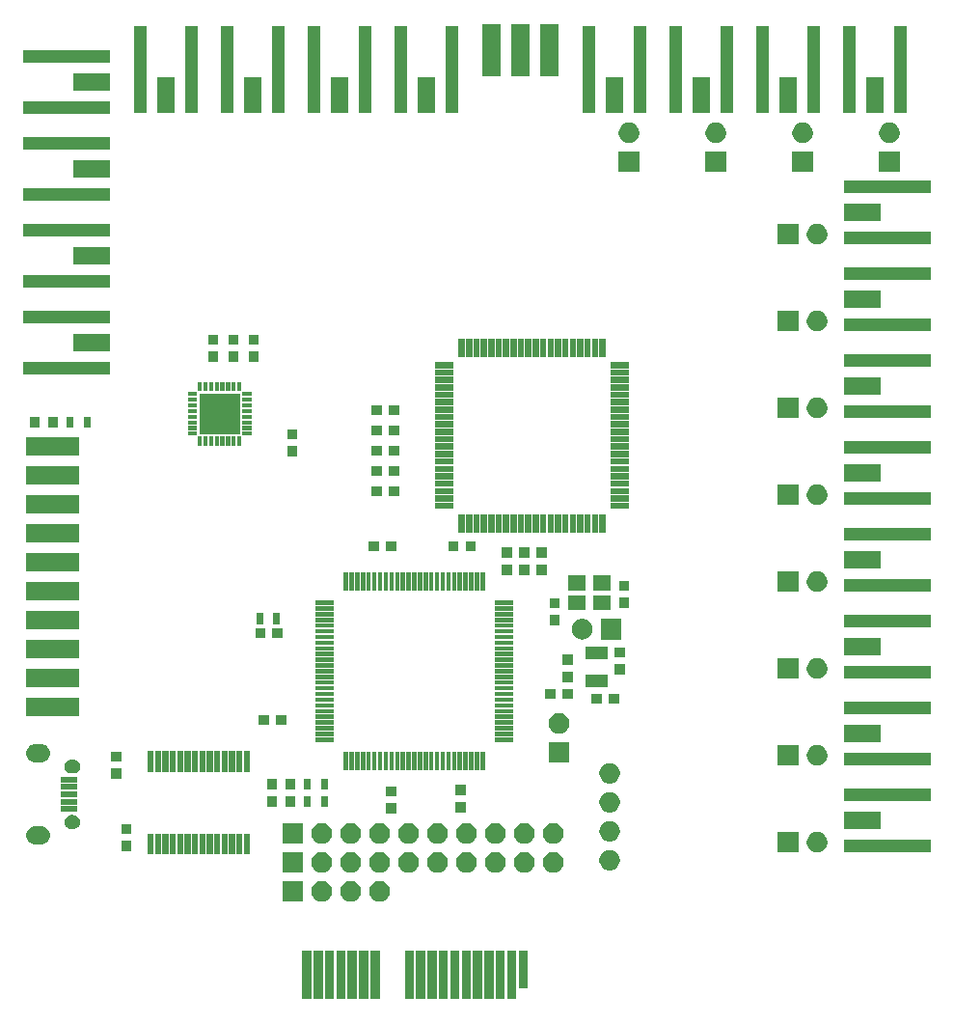
<source format=gbr>
G04 #@! TF.GenerationSoftware,KiCad,Pcbnew,(5.1.6)-1*
G04 #@! TF.CreationDate,2020-07-24T04:57:18+02:00*
G04 #@! TF.ProjectId,AnalogControlBoard_Rev1.1,416e616c-6f67-4436-9f6e-74726f6c426f,rev?*
G04 #@! TF.SameCoordinates,Original*
G04 #@! TF.FileFunction,Soldermask,Top*
G04 #@! TF.FilePolarity,Negative*
%FSLAX46Y46*%
G04 Gerber Fmt 4.6, Leading zero omitted, Abs format (unit mm)*
G04 Created by KiCad (PCBNEW (5.1.6)-1) date 2020-07-24 04:57:18*
%MOMM*%
%LPD*%
G01*
G04 APERTURE LIST*
%ADD10C,0.050000*%
G04 APERTURE END LIST*
D10*
G36*
X149167000Y-137753500D02*
G01*
X148367000Y-137753500D01*
X148367000Y-133453500D01*
X149167000Y-133453500D01*
X149167000Y-137753500D01*
G37*
G36*
X141167000Y-137753500D02*
G01*
X140367000Y-137753500D01*
X140367000Y-133453500D01*
X141167000Y-133453500D01*
X141167000Y-137753500D01*
G37*
G36*
X131167000Y-137753500D02*
G01*
X130367000Y-137753500D01*
X130367000Y-133453500D01*
X131167000Y-133453500D01*
X131167000Y-137753500D01*
G37*
G36*
X132167000Y-137753500D02*
G01*
X131367000Y-137753500D01*
X131367000Y-133453500D01*
X132167000Y-133453500D01*
X132167000Y-137753500D01*
G37*
G36*
X133167000Y-137753500D02*
G01*
X132367000Y-137753500D01*
X132367000Y-133453500D01*
X133167000Y-133453500D01*
X133167000Y-137753500D01*
G37*
G36*
X134167000Y-137753500D02*
G01*
X133367000Y-137753500D01*
X133367000Y-133453500D01*
X134167000Y-133453500D01*
X134167000Y-137753500D01*
G37*
G36*
X135167000Y-137753500D02*
G01*
X134367000Y-137753500D01*
X134367000Y-133453500D01*
X135167000Y-133453500D01*
X135167000Y-137753500D01*
G37*
G36*
X136167000Y-137753500D02*
G01*
X135367000Y-137753500D01*
X135367000Y-133453500D01*
X136167000Y-133453500D01*
X136167000Y-137753500D01*
G37*
G36*
X137167000Y-137753500D02*
G01*
X136367000Y-137753500D01*
X136367000Y-133453500D01*
X137167000Y-133453500D01*
X137167000Y-137753500D01*
G37*
G36*
X142167000Y-137753500D02*
G01*
X141367000Y-137753500D01*
X141367000Y-133453500D01*
X142167000Y-133453500D01*
X142167000Y-137753500D01*
G37*
G36*
X143167000Y-137753500D02*
G01*
X142367000Y-137753500D01*
X142367000Y-133453500D01*
X143167000Y-133453500D01*
X143167000Y-137753500D01*
G37*
G36*
X144167000Y-137753500D02*
G01*
X143367000Y-137753500D01*
X143367000Y-133453500D01*
X144167000Y-133453500D01*
X144167000Y-137753500D01*
G37*
G36*
X145167000Y-137753500D02*
G01*
X144367000Y-137753500D01*
X144367000Y-133453500D01*
X145167000Y-133453500D01*
X145167000Y-137753500D01*
G37*
G36*
X146167000Y-137753500D02*
G01*
X145367000Y-137753500D01*
X145367000Y-133453500D01*
X146167000Y-133453500D01*
X146167000Y-137753500D01*
G37*
G36*
X147167000Y-137753500D02*
G01*
X146367000Y-137753500D01*
X146367000Y-133453500D01*
X147167000Y-133453500D01*
X147167000Y-137753500D01*
G37*
G36*
X148167000Y-137753500D02*
G01*
X147367000Y-137753500D01*
X147367000Y-133453500D01*
X148167000Y-133453500D01*
X148167000Y-137753500D01*
G37*
G36*
X140167000Y-137753500D02*
G01*
X139367000Y-137753500D01*
X139367000Y-133453500D01*
X140167000Y-133453500D01*
X140167000Y-137753500D01*
G37*
G36*
X150167000Y-136753500D02*
G01*
X149367000Y-136753500D01*
X149367000Y-133453500D01*
X150167000Y-133453500D01*
X150167000Y-136753500D01*
G37*
G36*
X132226601Y-127381529D02*
G01*
X132342520Y-127404586D01*
X132506310Y-127472430D01*
X132653717Y-127570924D01*
X132779076Y-127696283D01*
X132877570Y-127843690D01*
X132945414Y-128007480D01*
X132980000Y-128181358D01*
X132980000Y-128358642D01*
X132945414Y-128532520D01*
X132877570Y-128696310D01*
X132779076Y-128843717D01*
X132653717Y-128969076D01*
X132506310Y-129067570D01*
X132342520Y-129135414D01*
X132226601Y-129158471D01*
X132168644Y-129170000D01*
X131991356Y-129170000D01*
X131933399Y-129158471D01*
X131817480Y-129135414D01*
X131653690Y-129067570D01*
X131506283Y-128969076D01*
X131380924Y-128843717D01*
X131282430Y-128696310D01*
X131214586Y-128532520D01*
X131180000Y-128358642D01*
X131180000Y-128181358D01*
X131214586Y-128007480D01*
X131282430Y-127843690D01*
X131380924Y-127696283D01*
X131506283Y-127570924D01*
X131653690Y-127472430D01*
X131817480Y-127404586D01*
X131933399Y-127381529D01*
X131991356Y-127370000D01*
X132168644Y-127370000D01*
X132226601Y-127381529D01*
G37*
G36*
X130440000Y-129170000D02*
G01*
X128640000Y-129170000D01*
X128640000Y-127370000D01*
X130440000Y-127370000D01*
X130440000Y-129170000D01*
G37*
G36*
X134766601Y-127381529D02*
G01*
X134882520Y-127404586D01*
X135046310Y-127472430D01*
X135193717Y-127570924D01*
X135319076Y-127696283D01*
X135417570Y-127843690D01*
X135485414Y-128007480D01*
X135520000Y-128181358D01*
X135520000Y-128358642D01*
X135485414Y-128532520D01*
X135417570Y-128696310D01*
X135319076Y-128843717D01*
X135193717Y-128969076D01*
X135046310Y-129067570D01*
X134882520Y-129135414D01*
X134766601Y-129158471D01*
X134708644Y-129170000D01*
X134531356Y-129170000D01*
X134473399Y-129158471D01*
X134357480Y-129135414D01*
X134193690Y-129067570D01*
X134046283Y-128969076D01*
X133920924Y-128843717D01*
X133822430Y-128696310D01*
X133754586Y-128532520D01*
X133720000Y-128358642D01*
X133720000Y-128181358D01*
X133754586Y-128007480D01*
X133822430Y-127843690D01*
X133920924Y-127696283D01*
X134046283Y-127570924D01*
X134193690Y-127472430D01*
X134357480Y-127404586D01*
X134473399Y-127381529D01*
X134531356Y-127370000D01*
X134708644Y-127370000D01*
X134766601Y-127381529D01*
G37*
G36*
X137306601Y-127381529D02*
G01*
X137422520Y-127404586D01*
X137586310Y-127472430D01*
X137733717Y-127570924D01*
X137859076Y-127696283D01*
X137957570Y-127843690D01*
X138025414Y-128007480D01*
X138060000Y-128181358D01*
X138060000Y-128358642D01*
X138025414Y-128532520D01*
X137957570Y-128696310D01*
X137859076Y-128843717D01*
X137733717Y-128969076D01*
X137586310Y-129067570D01*
X137422520Y-129135414D01*
X137306601Y-129158471D01*
X137248644Y-129170000D01*
X137071356Y-129170000D01*
X137013399Y-129158471D01*
X136897480Y-129135414D01*
X136733690Y-129067570D01*
X136586283Y-128969076D01*
X136460924Y-128843717D01*
X136362430Y-128696310D01*
X136294586Y-128532520D01*
X136260000Y-128358642D01*
X136260000Y-128181358D01*
X136294586Y-128007480D01*
X136362430Y-127843690D01*
X136460924Y-127696283D01*
X136586283Y-127570924D01*
X136733690Y-127472430D01*
X136897480Y-127404586D01*
X137013399Y-127381529D01*
X137071356Y-127370000D01*
X137248644Y-127370000D01*
X137306601Y-127381529D01*
G37*
G36*
X130440000Y-126630000D02*
G01*
X128640000Y-126630000D01*
X128640000Y-124830000D01*
X130440000Y-124830000D01*
X130440000Y-126630000D01*
G37*
G36*
X152541048Y-124840424D02*
G01*
X152662520Y-124864586D01*
X152826310Y-124932430D01*
X152973717Y-125030924D01*
X153099076Y-125156283D01*
X153197570Y-125303690D01*
X153265414Y-125467480D01*
X153288471Y-125583399D01*
X153297372Y-125628142D01*
X153300000Y-125641358D01*
X153300000Y-125818642D01*
X153265414Y-125992520D01*
X153197570Y-126156310D01*
X153099076Y-126303717D01*
X152973717Y-126429076D01*
X152826310Y-126527570D01*
X152662520Y-126595414D01*
X152546601Y-126618471D01*
X152488644Y-126630000D01*
X152311356Y-126630000D01*
X152253399Y-126618471D01*
X152137480Y-126595414D01*
X151973690Y-126527570D01*
X151826283Y-126429076D01*
X151700924Y-126303717D01*
X151602430Y-126156310D01*
X151534586Y-125992520D01*
X151500000Y-125818642D01*
X151500000Y-125641358D01*
X151502629Y-125628142D01*
X151511529Y-125583399D01*
X151534586Y-125467480D01*
X151602430Y-125303690D01*
X151700924Y-125156283D01*
X151826283Y-125030924D01*
X151973690Y-124932430D01*
X152137480Y-124864586D01*
X152258952Y-124840424D01*
X152311356Y-124830000D01*
X152488644Y-124830000D01*
X152541048Y-124840424D01*
G37*
G36*
X150001048Y-124840424D02*
G01*
X150122520Y-124864586D01*
X150286310Y-124932430D01*
X150433717Y-125030924D01*
X150559076Y-125156283D01*
X150657570Y-125303690D01*
X150725414Y-125467480D01*
X150748471Y-125583399D01*
X150757372Y-125628142D01*
X150760000Y-125641358D01*
X150760000Y-125818642D01*
X150725414Y-125992520D01*
X150657570Y-126156310D01*
X150559076Y-126303717D01*
X150433717Y-126429076D01*
X150286310Y-126527570D01*
X150122520Y-126595414D01*
X150006601Y-126618471D01*
X149948644Y-126630000D01*
X149771356Y-126630000D01*
X149713399Y-126618471D01*
X149597480Y-126595414D01*
X149433690Y-126527570D01*
X149286283Y-126429076D01*
X149160924Y-126303717D01*
X149062430Y-126156310D01*
X148994586Y-125992520D01*
X148960000Y-125818642D01*
X148960000Y-125641358D01*
X148962629Y-125628142D01*
X148971529Y-125583399D01*
X148994586Y-125467480D01*
X149062430Y-125303690D01*
X149160924Y-125156283D01*
X149286283Y-125030924D01*
X149433690Y-124932430D01*
X149597480Y-124864586D01*
X149718952Y-124840424D01*
X149771356Y-124830000D01*
X149948644Y-124830000D01*
X150001048Y-124840424D01*
G37*
G36*
X147461048Y-124840424D02*
G01*
X147582520Y-124864586D01*
X147746310Y-124932430D01*
X147893717Y-125030924D01*
X148019076Y-125156283D01*
X148117570Y-125303690D01*
X148185414Y-125467480D01*
X148208471Y-125583399D01*
X148217372Y-125628142D01*
X148220000Y-125641358D01*
X148220000Y-125818642D01*
X148185414Y-125992520D01*
X148117570Y-126156310D01*
X148019076Y-126303717D01*
X147893717Y-126429076D01*
X147746310Y-126527570D01*
X147582520Y-126595414D01*
X147466601Y-126618471D01*
X147408644Y-126630000D01*
X147231356Y-126630000D01*
X147173399Y-126618471D01*
X147057480Y-126595414D01*
X146893690Y-126527570D01*
X146746283Y-126429076D01*
X146620924Y-126303717D01*
X146522430Y-126156310D01*
X146454586Y-125992520D01*
X146420000Y-125818642D01*
X146420000Y-125641358D01*
X146422629Y-125628142D01*
X146431529Y-125583399D01*
X146454586Y-125467480D01*
X146522430Y-125303690D01*
X146620924Y-125156283D01*
X146746283Y-125030924D01*
X146893690Y-124932430D01*
X147057480Y-124864586D01*
X147178952Y-124840424D01*
X147231356Y-124830000D01*
X147408644Y-124830000D01*
X147461048Y-124840424D01*
G37*
G36*
X132221048Y-124840424D02*
G01*
X132342520Y-124864586D01*
X132506310Y-124932430D01*
X132653717Y-125030924D01*
X132779076Y-125156283D01*
X132877570Y-125303690D01*
X132945414Y-125467480D01*
X132968471Y-125583399D01*
X132977372Y-125628142D01*
X132980000Y-125641358D01*
X132980000Y-125818642D01*
X132945414Y-125992520D01*
X132877570Y-126156310D01*
X132779076Y-126303717D01*
X132653717Y-126429076D01*
X132506310Y-126527570D01*
X132342520Y-126595414D01*
X132226601Y-126618471D01*
X132168644Y-126630000D01*
X131991356Y-126630000D01*
X131933399Y-126618471D01*
X131817480Y-126595414D01*
X131653690Y-126527570D01*
X131506283Y-126429076D01*
X131380924Y-126303717D01*
X131282430Y-126156310D01*
X131214586Y-125992520D01*
X131180000Y-125818642D01*
X131180000Y-125641358D01*
X131182629Y-125628142D01*
X131191529Y-125583399D01*
X131214586Y-125467480D01*
X131282430Y-125303690D01*
X131380924Y-125156283D01*
X131506283Y-125030924D01*
X131653690Y-124932430D01*
X131817480Y-124864586D01*
X131938952Y-124840424D01*
X131991356Y-124830000D01*
X132168644Y-124830000D01*
X132221048Y-124840424D01*
G37*
G36*
X134761048Y-124840424D02*
G01*
X134882520Y-124864586D01*
X135046310Y-124932430D01*
X135193717Y-125030924D01*
X135319076Y-125156283D01*
X135417570Y-125303690D01*
X135485414Y-125467480D01*
X135508471Y-125583399D01*
X135517372Y-125628142D01*
X135520000Y-125641358D01*
X135520000Y-125818642D01*
X135485414Y-125992520D01*
X135417570Y-126156310D01*
X135319076Y-126303717D01*
X135193717Y-126429076D01*
X135046310Y-126527570D01*
X134882520Y-126595414D01*
X134766601Y-126618471D01*
X134708644Y-126630000D01*
X134531356Y-126630000D01*
X134473399Y-126618471D01*
X134357480Y-126595414D01*
X134193690Y-126527570D01*
X134046283Y-126429076D01*
X133920924Y-126303717D01*
X133822430Y-126156310D01*
X133754586Y-125992520D01*
X133720000Y-125818642D01*
X133720000Y-125641358D01*
X133722629Y-125628142D01*
X133731529Y-125583399D01*
X133754586Y-125467480D01*
X133822430Y-125303690D01*
X133920924Y-125156283D01*
X134046283Y-125030924D01*
X134193690Y-124932430D01*
X134357480Y-124864586D01*
X134478952Y-124840424D01*
X134531356Y-124830000D01*
X134708644Y-124830000D01*
X134761048Y-124840424D01*
G37*
G36*
X137301048Y-124840424D02*
G01*
X137422520Y-124864586D01*
X137586310Y-124932430D01*
X137733717Y-125030924D01*
X137859076Y-125156283D01*
X137957570Y-125303690D01*
X138025414Y-125467480D01*
X138048471Y-125583399D01*
X138057372Y-125628142D01*
X138060000Y-125641358D01*
X138060000Y-125818642D01*
X138025414Y-125992520D01*
X137957570Y-126156310D01*
X137859076Y-126303717D01*
X137733717Y-126429076D01*
X137586310Y-126527570D01*
X137422520Y-126595414D01*
X137306601Y-126618471D01*
X137248644Y-126630000D01*
X137071356Y-126630000D01*
X137013399Y-126618471D01*
X136897480Y-126595414D01*
X136733690Y-126527570D01*
X136586283Y-126429076D01*
X136460924Y-126303717D01*
X136362430Y-126156310D01*
X136294586Y-125992520D01*
X136260000Y-125818642D01*
X136260000Y-125641358D01*
X136262629Y-125628142D01*
X136271529Y-125583399D01*
X136294586Y-125467480D01*
X136362430Y-125303690D01*
X136460924Y-125156283D01*
X136586283Y-125030924D01*
X136733690Y-124932430D01*
X136897480Y-124864586D01*
X137018952Y-124840424D01*
X137071356Y-124830000D01*
X137248644Y-124830000D01*
X137301048Y-124840424D01*
G37*
G36*
X139841048Y-124840424D02*
G01*
X139962520Y-124864586D01*
X140126310Y-124932430D01*
X140273717Y-125030924D01*
X140399076Y-125156283D01*
X140497570Y-125303690D01*
X140565414Y-125467480D01*
X140588471Y-125583399D01*
X140597372Y-125628142D01*
X140600000Y-125641358D01*
X140600000Y-125818642D01*
X140565414Y-125992520D01*
X140497570Y-126156310D01*
X140399076Y-126303717D01*
X140273717Y-126429076D01*
X140126310Y-126527570D01*
X139962520Y-126595414D01*
X139846601Y-126618471D01*
X139788644Y-126630000D01*
X139611356Y-126630000D01*
X139553399Y-126618471D01*
X139437480Y-126595414D01*
X139273690Y-126527570D01*
X139126283Y-126429076D01*
X139000924Y-126303717D01*
X138902430Y-126156310D01*
X138834586Y-125992520D01*
X138800000Y-125818642D01*
X138800000Y-125641358D01*
X138802629Y-125628142D01*
X138811529Y-125583399D01*
X138834586Y-125467480D01*
X138902430Y-125303690D01*
X139000924Y-125156283D01*
X139126283Y-125030924D01*
X139273690Y-124932430D01*
X139437480Y-124864586D01*
X139558952Y-124840424D01*
X139611356Y-124830000D01*
X139788644Y-124830000D01*
X139841048Y-124840424D01*
G37*
G36*
X144921048Y-124840424D02*
G01*
X145042520Y-124864586D01*
X145206310Y-124932430D01*
X145353717Y-125030924D01*
X145479076Y-125156283D01*
X145577570Y-125303690D01*
X145645414Y-125467480D01*
X145668471Y-125583399D01*
X145677372Y-125628142D01*
X145680000Y-125641358D01*
X145680000Y-125818642D01*
X145645414Y-125992520D01*
X145577570Y-126156310D01*
X145479076Y-126303717D01*
X145353717Y-126429076D01*
X145206310Y-126527570D01*
X145042520Y-126595414D01*
X144926601Y-126618471D01*
X144868644Y-126630000D01*
X144691356Y-126630000D01*
X144633399Y-126618471D01*
X144517480Y-126595414D01*
X144353690Y-126527570D01*
X144206283Y-126429076D01*
X144080924Y-126303717D01*
X143982430Y-126156310D01*
X143914586Y-125992520D01*
X143880000Y-125818642D01*
X143880000Y-125641358D01*
X143882629Y-125628142D01*
X143891529Y-125583399D01*
X143914586Y-125467480D01*
X143982430Y-125303690D01*
X144080924Y-125156283D01*
X144206283Y-125030924D01*
X144353690Y-124932430D01*
X144517480Y-124864586D01*
X144638952Y-124840424D01*
X144691356Y-124830000D01*
X144868644Y-124830000D01*
X144921048Y-124840424D01*
G37*
G36*
X142381048Y-124840424D02*
G01*
X142502520Y-124864586D01*
X142666310Y-124932430D01*
X142813717Y-125030924D01*
X142939076Y-125156283D01*
X143037570Y-125303690D01*
X143105414Y-125467480D01*
X143128471Y-125583399D01*
X143137372Y-125628142D01*
X143140000Y-125641358D01*
X143140000Y-125818642D01*
X143105414Y-125992520D01*
X143037570Y-126156310D01*
X142939076Y-126303717D01*
X142813717Y-126429076D01*
X142666310Y-126527570D01*
X142502520Y-126595414D01*
X142386601Y-126618471D01*
X142328644Y-126630000D01*
X142151356Y-126630000D01*
X142093399Y-126618471D01*
X141977480Y-126595414D01*
X141813690Y-126527570D01*
X141666283Y-126429076D01*
X141540924Y-126303717D01*
X141442430Y-126156310D01*
X141374586Y-125992520D01*
X141340000Y-125818642D01*
X141340000Y-125641358D01*
X141342629Y-125628142D01*
X141351529Y-125583399D01*
X141374586Y-125467480D01*
X141442430Y-125303690D01*
X141540924Y-125156283D01*
X141666283Y-125030924D01*
X141813690Y-124932430D01*
X141977480Y-124864586D01*
X142098952Y-124840424D01*
X142151356Y-124830000D01*
X142328644Y-124830000D01*
X142381048Y-124840424D01*
G37*
G36*
X157499601Y-124651029D02*
G01*
X157615520Y-124674086D01*
X157779310Y-124741930D01*
X157926717Y-124840424D01*
X158052076Y-124965783D01*
X158150570Y-125113190D01*
X158218414Y-125276980D01*
X158241471Y-125392899D01*
X158253000Y-125450856D01*
X158253000Y-125628144D01*
X158241471Y-125686101D01*
X158218414Y-125802020D01*
X158150570Y-125965810D01*
X158052076Y-126113217D01*
X157926717Y-126238576D01*
X157779310Y-126337070D01*
X157615520Y-126404914D01*
X157499601Y-126427971D01*
X157441644Y-126439500D01*
X157264356Y-126439500D01*
X157206399Y-126427971D01*
X157090480Y-126404914D01*
X156926690Y-126337070D01*
X156779283Y-126238576D01*
X156653924Y-126113217D01*
X156555430Y-125965810D01*
X156487586Y-125802020D01*
X156464529Y-125686101D01*
X156453000Y-125628144D01*
X156453000Y-125450856D01*
X156464529Y-125392899D01*
X156487586Y-125276980D01*
X156555430Y-125113190D01*
X156653924Y-124965783D01*
X156779283Y-124840424D01*
X156926690Y-124741930D01*
X157090480Y-124674086D01*
X157206399Y-124651029D01*
X157264356Y-124639500D01*
X157441644Y-124639500D01*
X157499601Y-124651029D01*
G37*
G36*
X121885000Y-125048000D02*
G01*
X121335000Y-125048000D01*
X121335000Y-123198000D01*
X121885000Y-123198000D01*
X121885000Y-125048000D01*
G37*
G36*
X119285000Y-125048000D02*
G01*
X118735000Y-125048000D01*
X118735000Y-123198000D01*
X119285000Y-123198000D01*
X119285000Y-125048000D01*
G37*
G36*
X118635000Y-125048000D02*
G01*
X118085000Y-125048000D01*
X118085000Y-123198000D01*
X118635000Y-123198000D01*
X118635000Y-125048000D01*
G37*
G36*
X117985000Y-125048000D02*
G01*
X117435000Y-125048000D01*
X117435000Y-123198000D01*
X117985000Y-123198000D01*
X117985000Y-125048000D01*
G37*
G36*
X117335000Y-125048000D02*
G01*
X116785000Y-125048000D01*
X116785000Y-123198000D01*
X117335000Y-123198000D01*
X117335000Y-125048000D01*
G37*
G36*
X119935000Y-125048000D02*
G01*
X119385000Y-125048000D01*
X119385000Y-123198000D01*
X119935000Y-123198000D01*
X119935000Y-125048000D01*
G37*
G36*
X120585000Y-125048000D02*
G01*
X120035000Y-125048000D01*
X120035000Y-123198000D01*
X120585000Y-123198000D01*
X120585000Y-125048000D01*
G37*
G36*
X122535000Y-125048000D02*
G01*
X121985000Y-125048000D01*
X121985000Y-123198000D01*
X122535000Y-123198000D01*
X122535000Y-125048000D01*
G37*
G36*
X123185000Y-125048000D02*
G01*
X122635000Y-125048000D01*
X122635000Y-123198000D01*
X123185000Y-123198000D01*
X123185000Y-125048000D01*
G37*
G36*
X123835000Y-125048000D02*
G01*
X123285000Y-125048000D01*
X123285000Y-123198000D01*
X123835000Y-123198000D01*
X123835000Y-125048000D01*
G37*
G36*
X124485000Y-125048000D02*
G01*
X123935000Y-125048000D01*
X123935000Y-123198000D01*
X124485000Y-123198000D01*
X124485000Y-125048000D01*
G37*
G36*
X125135000Y-125048000D02*
G01*
X124585000Y-125048000D01*
X124585000Y-123198000D01*
X125135000Y-123198000D01*
X125135000Y-125048000D01*
G37*
G36*
X125785000Y-125048000D02*
G01*
X125235000Y-125048000D01*
X125235000Y-123198000D01*
X125785000Y-123198000D01*
X125785000Y-125048000D01*
G37*
G36*
X121235000Y-125048000D02*
G01*
X120685000Y-125048000D01*
X120685000Y-123198000D01*
X121235000Y-123198000D01*
X121235000Y-125048000D01*
G37*
G36*
X175711401Y-123088929D02*
G01*
X175827320Y-123111986D01*
X175991110Y-123179830D01*
X176138517Y-123278324D01*
X176263876Y-123403683D01*
X176362370Y-123551090D01*
X176430214Y-123714880D01*
X176464800Y-123888758D01*
X176464800Y-124066042D01*
X176430214Y-124239920D01*
X176362370Y-124403710D01*
X176263876Y-124551117D01*
X176138517Y-124676476D01*
X175991110Y-124774970D01*
X175827320Y-124842814D01*
X175717863Y-124864586D01*
X175653444Y-124877400D01*
X175476156Y-124877400D01*
X175411737Y-124864586D01*
X175302280Y-124842814D01*
X175138490Y-124774970D01*
X174991083Y-124676476D01*
X174865724Y-124551117D01*
X174767230Y-124403710D01*
X174699386Y-124239920D01*
X174664800Y-124066042D01*
X174664800Y-123888758D01*
X174699386Y-123714880D01*
X174767230Y-123551090D01*
X174865724Y-123403683D01*
X174991083Y-123278324D01*
X175138490Y-123179830D01*
X175302280Y-123111986D01*
X175418199Y-123088929D01*
X175476156Y-123077400D01*
X175653444Y-123077400D01*
X175711401Y-123088929D01*
G37*
G36*
X173924800Y-124877400D02*
G01*
X172124800Y-124877400D01*
X172124800Y-123077400D01*
X173924800Y-123077400D01*
X173924800Y-124877400D01*
G37*
G36*
X185574800Y-124842400D02*
G01*
X177924800Y-124842400D01*
X177924800Y-123772400D01*
X185574800Y-123772400D01*
X185574800Y-124842400D01*
G37*
G36*
X115360000Y-124771000D02*
G01*
X114510000Y-124771000D01*
X114510000Y-123871000D01*
X115360000Y-123871000D01*
X115360000Y-124771000D01*
G37*
G36*
X107594824Y-122572575D02*
G01*
X107745631Y-122618321D01*
X107884603Y-122692604D01*
X108006422Y-122792578D01*
X108106396Y-122914397D01*
X108180679Y-123053369D01*
X108226425Y-123204176D01*
X108241871Y-123361000D01*
X108226425Y-123517824D01*
X108180679Y-123668631D01*
X108106396Y-123807603D01*
X108006422Y-123929422D01*
X107884603Y-124029396D01*
X107745631Y-124103679D01*
X107594824Y-124149425D01*
X107477303Y-124161000D01*
X106898697Y-124161000D01*
X106781176Y-124149425D01*
X106630369Y-124103679D01*
X106491397Y-124029396D01*
X106369578Y-123929422D01*
X106269604Y-123807603D01*
X106195321Y-123668631D01*
X106149575Y-123517824D01*
X106134129Y-123361000D01*
X106149575Y-123204176D01*
X106195321Y-123053369D01*
X106269604Y-122914397D01*
X106369578Y-122792578D01*
X106491397Y-122692604D01*
X106630369Y-122618321D01*
X106781176Y-122572575D01*
X106898697Y-122561000D01*
X107477303Y-122561000D01*
X107594824Y-122572575D01*
G37*
G36*
X137301048Y-122300424D02*
G01*
X137422520Y-122324586D01*
X137586310Y-122392430D01*
X137733717Y-122490924D01*
X137859076Y-122616283D01*
X137957570Y-122763690D01*
X138025414Y-122927480D01*
X138048471Y-123043399D01*
X138057372Y-123088142D01*
X138060000Y-123101358D01*
X138060000Y-123278642D01*
X138025414Y-123452520D01*
X137957570Y-123616310D01*
X137859076Y-123763717D01*
X137733717Y-123889076D01*
X137586310Y-123987570D01*
X137422520Y-124055414D01*
X137306601Y-124078471D01*
X137248644Y-124090000D01*
X137071356Y-124090000D01*
X137013399Y-124078471D01*
X136897480Y-124055414D01*
X136733690Y-123987570D01*
X136586283Y-123889076D01*
X136460924Y-123763717D01*
X136362430Y-123616310D01*
X136294586Y-123452520D01*
X136260000Y-123278642D01*
X136260000Y-123101358D01*
X136262629Y-123088142D01*
X136271529Y-123043399D01*
X136294586Y-122927480D01*
X136362430Y-122763690D01*
X136460924Y-122616283D01*
X136586283Y-122490924D01*
X136733690Y-122392430D01*
X136897480Y-122324586D01*
X137018952Y-122300424D01*
X137071356Y-122290000D01*
X137248644Y-122290000D01*
X137301048Y-122300424D01*
G37*
G36*
X132221048Y-122300424D02*
G01*
X132342520Y-122324586D01*
X132506310Y-122392430D01*
X132653717Y-122490924D01*
X132779076Y-122616283D01*
X132877570Y-122763690D01*
X132945414Y-122927480D01*
X132968471Y-123043399D01*
X132977372Y-123088142D01*
X132980000Y-123101358D01*
X132980000Y-123278642D01*
X132945414Y-123452520D01*
X132877570Y-123616310D01*
X132779076Y-123763717D01*
X132653717Y-123889076D01*
X132506310Y-123987570D01*
X132342520Y-124055414D01*
X132226601Y-124078471D01*
X132168644Y-124090000D01*
X131991356Y-124090000D01*
X131933399Y-124078471D01*
X131817480Y-124055414D01*
X131653690Y-123987570D01*
X131506283Y-123889076D01*
X131380924Y-123763717D01*
X131282430Y-123616310D01*
X131214586Y-123452520D01*
X131180000Y-123278642D01*
X131180000Y-123101358D01*
X131182629Y-123088142D01*
X131191529Y-123043399D01*
X131214586Y-122927480D01*
X131282430Y-122763690D01*
X131380924Y-122616283D01*
X131506283Y-122490924D01*
X131653690Y-122392430D01*
X131817480Y-122324586D01*
X131938952Y-122300424D01*
X131991356Y-122290000D01*
X132168644Y-122290000D01*
X132221048Y-122300424D01*
G37*
G36*
X134761048Y-122300424D02*
G01*
X134882520Y-122324586D01*
X135046310Y-122392430D01*
X135193717Y-122490924D01*
X135319076Y-122616283D01*
X135417570Y-122763690D01*
X135485414Y-122927480D01*
X135508471Y-123043399D01*
X135517372Y-123088142D01*
X135520000Y-123101358D01*
X135520000Y-123278642D01*
X135485414Y-123452520D01*
X135417570Y-123616310D01*
X135319076Y-123763717D01*
X135193717Y-123889076D01*
X135046310Y-123987570D01*
X134882520Y-124055414D01*
X134766601Y-124078471D01*
X134708644Y-124090000D01*
X134531356Y-124090000D01*
X134473399Y-124078471D01*
X134357480Y-124055414D01*
X134193690Y-123987570D01*
X134046283Y-123889076D01*
X133920924Y-123763717D01*
X133822430Y-123616310D01*
X133754586Y-123452520D01*
X133720000Y-123278642D01*
X133720000Y-123101358D01*
X133722629Y-123088142D01*
X133731529Y-123043399D01*
X133754586Y-122927480D01*
X133822430Y-122763690D01*
X133920924Y-122616283D01*
X134046283Y-122490924D01*
X134193690Y-122392430D01*
X134357480Y-122324586D01*
X134478952Y-122300424D01*
X134531356Y-122290000D01*
X134708644Y-122290000D01*
X134761048Y-122300424D01*
G37*
G36*
X130440000Y-124090000D02*
G01*
X128640000Y-124090000D01*
X128640000Y-122290000D01*
X130440000Y-122290000D01*
X130440000Y-124090000D01*
G37*
G36*
X139841048Y-122300424D02*
G01*
X139962520Y-122324586D01*
X140126310Y-122392430D01*
X140273717Y-122490924D01*
X140399076Y-122616283D01*
X140497570Y-122763690D01*
X140565414Y-122927480D01*
X140588471Y-123043399D01*
X140597372Y-123088142D01*
X140600000Y-123101358D01*
X140600000Y-123278642D01*
X140565414Y-123452520D01*
X140497570Y-123616310D01*
X140399076Y-123763717D01*
X140273717Y-123889076D01*
X140126310Y-123987570D01*
X139962520Y-124055414D01*
X139846601Y-124078471D01*
X139788644Y-124090000D01*
X139611356Y-124090000D01*
X139553399Y-124078471D01*
X139437480Y-124055414D01*
X139273690Y-123987570D01*
X139126283Y-123889076D01*
X139000924Y-123763717D01*
X138902430Y-123616310D01*
X138834586Y-123452520D01*
X138800000Y-123278642D01*
X138800000Y-123101358D01*
X138802629Y-123088142D01*
X138811529Y-123043399D01*
X138834586Y-122927480D01*
X138902430Y-122763690D01*
X139000924Y-122616283D01*
X139126283Y-122490924D01*
X139273690Y-122392430D01*
X139437480Y-122324586D01*
X139558952Y-122300424D01*
X139611356Y-122290000D01*
X139788644Y-122290000D01*
X139841048Y-122300424D01*
G37*
G36*
X142381048Y-122300424D02*
G01*
X142502520Y-122324586D01*
X142666310Y-122392430D01*
X142813717Y-122490924D01*
X142939076Y-122616283D01*
X143037570Y-122763690D01*
X143105414Y-122927480D01*
X143128471Y-123043399D01*
X143137372Y-123088142D01*
X143140000Y-123101358D01*
X143140000Y-123278642D01*
X143105414Y-123452520D01*
X143037570Y-123616310D01*
X142939076Y-123763717D01*
X142813717Y-123889076D01*
X142666310Y-123987570D01*
X142502520Y-124055414D01*
X142386601Y-124078471D01*
X142328644Y-124090000D01*
X142151356Y-124090000D01*
X142093399Y-124078471D01*
X141977480Y-124055414D01*
X141813690Y-123987570D01*
X141666283Y-123889076D01*
X141540924Y-123763717D01*
X141442430Y-123616310D01*
X141374586Y-123452520D01*
X141340000Y-123278642D01*
X141340000Y-123101358D01*
X141342629Y-123088142D01*
X141351529Y-123043399D01*
X141374586Y-122927480D01*
X141442430Y-122763690D01*
X141540924Y-122616283D01*
X141666283Y-122490924D01*
X141813690Y-122392430D01*
X141977480Y-122324586D01*
X142098952Y-122300424D01*
X142151356Y-122290000D01*
X142328644Y-122290000D01*
X142381048Y-122300424D01*
G37*
G36*
X150001048Y-122300424D02*
G01*
X150122520Y-122324586D01*
X150286310Y-122392430D01*
X150433717Y-122490924D01*
X150559076Y-122616283D01*
X150657570Y-122763690D01*
X150725414Y-122927480D01*
X150748471Y-123043399D01*
X150757372Y-123088142D01*
X150760000Y-123101358D01*
X150760000Y-123278642D01*
X150725414Y-123452520D01*
X150657570Y-123616310D01*
X150559076Y-123763717D01*
X150433717Y-123889076D01*
X150286310Y-123987570D01*
X150122520Y-124055414D01*
X150006601Y-124078471D01*
X149948644Y-124090000D01*
X149771356Y-124090000D01*
X149713399Y-124078471D01*
X149597480Y-124055414D01*
X149433690Y-123987570D01*
X149286283Y-123889076D01*
X149160924Y-123763717D01*
X149062430Y-123616310D01*
X148994586Y-123452520D01*
X148960000Y-123278642D01*
X148960000Y-123101358D01*
X148962629Y-123088142D01*
X148971529Y-123043399D01*
X148994586Y-122927480D01*
X149062430Y-122763690D01*
X149160924Y-122616283D01*
X149286283Y-122490924D01*
X149433690Y-122392430D01*
X149597480Y-122324586D01*
X149718952Y-122300424D01*
X149771356Y-122290000D01*
X149948644Y-122290000D01*
X150001048Y-122300424D01*
G37*
G36*
X152541048Y-122300424D02*
G01*
X152662520Y-122324586D01*
X152826310Y-122392430D01*
X152973717Y-122490924D01*
X153099076Y-122616283D01*
X153197570Y-122763690D01*
X153265414Y-122927480D01*
X153288471Y-123043399D01*
X153297372Y-123088142D01*
X153300000Y-123101358D01*
X153300000Y-123278642D01*
X153265414Y-123452520D01*
X153197570Y-123616310D01*
X153099076Y-123763717D01*
X152973717Y-123889076D01*
X152826310Y-123987570D01*
X152662520Y-124055414D01*
X152546601Y-124078471D01*
X152488644Y-124090000D01*
X152311356Y-124090000D01*
X152253399Y-124078471D01*
X152137480Y-124055414D01*
X151973690Y-123987570D01*
X151826283Y-123889076D01*
X151700924Y-123763717D01*
X151602430Y-123616310D01*
X151534586Y-123452520D01*
X151500000Y-123278642D01*
X151500000Y-123101358D01*
X151502629Y-123088142D01*
X151511529Y-123043399D01*
X151534586Y-122927480D01*
X151602430Y-122763690D01*
X151700924Y-122616283D01*
X151826283Y-122490924D01*
X151973690Y-122392430D01*
X152137480Y-122324586D01*
X152258952Y-122300424D01*
X152311356Y-122290000D01*
X152488644Y-122290000D01*
X152541048Y-122300424D01*
G37*
G36*
X144921048Y-122300424D02*
G01*
X145042520Y-122324586D01*
X145206310Y-122392430D01*
X145353717Y-122490924D01*
X145479076Y-122616283D01*
X145577570Y-122763690D01*
X145645414Y-122927480D01*
X145668471Y-123043399D01*
X145677372Y-123088142D01*
X145680000Y-123101358D01*
X145680000Y-123278642D01*
X145645414Y-123452520D01*
X145577570Y-123616310D01*
X145479076Y-123763717D01*
X145353717Y-123889076D01*
X145206310Y-123987570D01*
X145042520Y-124055414D01*
X144926601Y-124078471D01*
X144868644Y-124090000D01*
X144691356Y-124090000D01*
X144633399Y-124078471D01*
X144517480Y-124055414D01*
X144353690Y-123987570D01*
X144206283Y-123889076D01*
X144080924Y-123763717D01*
X143982430Y-123616310D01*
X143914586Y-123452520D01*
X143880000Y-123278642D01*
X143880000Y-123101358D01*
X143882629Y-123088142D01*
X143891529Y-123043399D01*
X143914586Y-122927480D01*
X143982430Y-122763690D01*
X144080924Y-122616283D01*
X144206283Y-122490924D01*
X144353690Y-122392430D01*
X144517480Y-122324586D01*
X144638952Y-122300424D01*
X144691356Y-122290000D01*
X144868644Y-122290000D01*
X144921048Y-122300424D01*
G37*
G36*
X147461048Y-122300424D02*
G01*
X147582520Y-122324586D01*
X147746310Y-122392430D01*
X147893717Y-122490924D01*
X148019076Y-122616283D01*
X148117570Y-122763690D01*
X148185414Y-122927480D01*
X148208471Y-123043399D01*
X148217372Y-123088142D01*
X148220000Y-123101358D01*
X148220000Y-123278642D01*
X148185414Y-123452520D01*
X148117570Y-123616310D01*
X148019076Y-123763717D01*
X147893717Y-123889076D01*
X147746310Y-123987570D01*
X147582520Y-124055414D01*
X147466601Y-124078471D01*
X147408644Y-124090000D01*
X147231356Y-124090000D01*
X147173399Y-124078471D01*
X147057480Y-124055414D01*
X146893690Y-123987570D01*
X146746283Y-123889076D01*
X146620924Y-123763717D01*
X146522430Y-123616310D01*
X146454586Y-123452520D01*
X146420000Y-123278642D01*
X146420000Y-123101358D01*
X146422629Y-123088142D01*
X146431529Y-123043399D01*
X146454586Y-122927480D01*
X146522430Y-122763690D01*
X146620924Y-122616283D01*
X146746283Y-122490924D01*
X146893690Y-122392430D01*
X147057480Y-122324586D01*
X147178952Y-122300424D01*
X147231356Y-122290000D01*
X147408644Y-122290000D01*
X147461048Y-122300424D01*
G37*
G36*
X157499601Y-122111029D02*
G01*
X157615520Y-122134086D01*
X157779310Y-122201930D01*
X157926717Y-122300424D01*
X158052076Y-122425783D01*
X158150570Y-122573190D01*
X158218414Y-122736980D01*
X158229473Y-122792578D01*
X158253000Y-122910856D01*
X158253000Y-123088144D01*
X158248257Y-123111986D01*
X158218414Y-123262020D01*
X158150570Y-123425810D01*
X158052076Y-123573217D01*
X157926717Y-123698576D01*
X157779310Y-123797070D01*
X157615520Y-123864914D01*
X157499601Y-123887971D01*
X157441644Y-123899500D01*
X157264356Y-123899500D01*
X157206399Y-123887971D01*
X157090480Y-123864914D01*
X156926690Y-123797070D01*
X156779283Y-123698576D01*
X156653924Y-123573217D01*
X156555430Y-123425810D01*
X156487586Y-123262020D01*
X156457743Y-123111986D01*
X156453000Y-123088144D01*
X156453000Y-122910856D01*
X156476527Y-122792578D01*
X156487586Y-122736980D01*
X156555430Y-122573190D01*
X156653924Y-122425783D01*
X156779283Y-122300424D01*
X156926690Y-122201930D01*
X157090480Y-122134086D01*
X157206399Y-122111029D01*
X157264356Y-122099500D01*
X157441644Y-122099500D01*
X157499601Y-122111029D01*
G37*
G36*
X115360000Y-123271000D02*
G01*
X114510000Y-123271000D01*
X114510000Y-122371000D01*
X115360000Y-122371000D01*
X115360000Y-123271000D01*
G37*
G36*
X181124800Y-122857400D02*
G01*
X177924800Y-122857400D01*
X177924800Y-121287400D01*
X181124800Y-121287400D01*
X181124800Y-122857400D01*
G37*
G36*
X110405617Y-121594681D02*
G01*
X110405620Y-121594682D01*
X110405621Y-121594682D01*
X110518721Y-121628990D01*
X110518724Y-121628991D01*
X110622955Y-121684704D01*
X110714317Y-121759683D01*
X110789296Y-121851045D01*
X110845009Y-121955276D01*
X110879319Y-122068383D01*
X110890903Y-122186000D01*
X110879319Y-122303617D01*
X110845009Y-122416724D01*
X110789296Y-122520955D01*
X110714317Y-122612317D01*
X110622955Y-122687296D01*
X110518724Y-122743009D01*
X110518721Y-122743010D01*
X110405621Y-122777318D01*
X110405620Y-122777318D01*
X110405617Y-122777319D01*
X110317477Y-122786000D01*
X110058523Y-122786000D01*
X109970383Y-122777319D01*
X109970380Y-122777318D01*
X109970379Y-122777318D01*
X109857279Y-122743010D01*
X109857276Y-122743009D01*
X109753045Y-122687296D01*
X109661683Y-122612317D01*
X109586704Y-122520955D01*
X109530991Y-122416724D01*
X109496681Y-122303617D01*
X109485097Y-122186000D01*
X109496681Y-122068383D01*
X109530991Y-121955276D01*
X109586704Y-121851045D01*
X109661683Y-121759683D01*
X109753045Y-121684704D01*
X109857276Y-121628991D01*
X109857279Y-121628990D01*
X109970379Y-121594682D01*
X109970380Y-121594682D01*
X109970383Y-121594681D01*
X110058523Y-121586000D01*
X110317477Y-121586000D01*
X110405617Y-121594681D01*
G37*
G36*
X138601000Y-121469000D02*
G01*
X137751000Y-121469000D01*
X137751000Y-120569000D01*
X138601000Y-120569000D01*
X138601000Y-121469000D01*
G37*
G36*
X157499601Y-119571029D02*
G01*
X157615520Y-119594086D01*
X157779310Y-119661930D01*
X157926717Y-119760424D01*
X158052076Y-119885783D01*
X158150570Y-120033190D01*
X158218414Y-120196980D01*
X158253000Y-120370858D01*
X158253000Y-120548142D01*
X158218414Y-120722020D01*
X158150570Y-120885810D01*
X158052076Y-121033217D01*
X157926717Y-121158576D01*
X157779310Y-121257070D01*
X157615520Y-121324914D01*
X157499601Y-121347971D01*
X157441644Y-121359500D01*
X157264356Y-121359500D01*
X157206399Y-121347971D01*
X157090480Y-121324914D01*
X156926690Y-121257070D01*
X156779283Y-121158576D01*
X156653924Y-121033217D01*
X156555430Y-120885810D01*
X156487586Y-120722020D01*
X156453000Y-120548142D01*
X156453000Y-120370858D01*
X156487586Y-120196980D01*
X156555430Y-120033190D01*
X156653924Y-119885783D01*
X156779283Y-119760424D01*
X156926690Y-119661930D01*
X157090480Y-119594086D01*
X157206399Y-119571029D01*
X157264356Y-119559500D01*
X157441644Y-119559500D01*
X157499601Y-119571029D01*
G37*
G36*
X144697000Y-121342000D02*
G01*
X143847000Y-121342000D01*
X143847000Y-120442000D01*
X144697000Y-120442000D01*
X144697000Y-121342000D01*
G37*
G36*
X110588000Y-121311000D02*
G01*
X109138000Y-121311000D01*
X109138000Y-120811000D01*
X110588000Y-120811000D01*
X110588000Y-121311000D01*
G37*
G36*
X131122000Y-120896000D02*
G01*
X130522000Y-120896000D01*
X130522000Y-119896000D01*
X131122000Y-119896000D01*
X131122000Y-120896000D01*
G37*
G36*
X132622000Y-120896000D02*
G01*
X132022000Y-120896000D01*
X132022000Y-119896000D01*
X132622000Y-119896000D01*
X132622000Y-120896000D01*
G37*
G36*
X128174000Y-120846000D02*
G01*
X127274000Y-120846000D01*
X127274000Y-119946000D01*
X128174000Y-119946000D01*
X128174000Y-120846000D01*
G37*
G36*
X129774000Y-120846000D02*
G01*
X128874000Y-120846000D01*
X128874000Y-119946000D01*
X129774000Y-119946000D01*
X129774000Y-120846000D01*
G37*
G36*
X110588000Y-120661000D02*
G01*
X109138000Y-120661000D01*
X109138000Y-120161000D01*
X110588000Y-120161000D01*
X110588000Y-120661000D01*
G37*
G36*
X185574800Y-120372400D02*
G01*
X177924800Y-120372400D01*
X177924800Y-119302400D01*
X185574800Y-119302400D01*
X185574800Y-120372400D01*
G37*
G36*
X110588000Y-120011000D02*
G01*
X109138000Y-120011000D01*
X109138000Y-119511000D01*
X110588000Y-119511000D01*
X110588000Y-120011000D01*
G37*
G36*
X138601000Y-119969000D02*
G01*
X137751000Y-119969000D01*
X137751000Y-119069000D01*
X138601000Y-119069000D01*
X138601000Y-119969000D01*
G37*
G36*
X144697000Y-119842000D02*
G01*
X143847000Y-119842000D01*
X143847000Y-118942000D01*
X144697000Y-118942000D01*
X144697000Y-119842000D01*
G37*
G36*
X132622000Y-119372000D02*
G01*
X132022000Y-119372000D01*
X132022000Y-118372000D01*
X132622000Y-118372000D01*
X132622000Y-119372000D01*
G37*
G36*
X131122000Y-119372000D02*
G01*
X130522000Y-119372000D01*
X130522000Y-118372000D01*
X131122000Y-118372000D01*
X131122000Y-119372000D01*
G37*
G36*
X110588000Y-119361000D02*
G01*
X109138000Y-119361000D01*
X109138000Y-118861000D01*
X110588000Y-118861000D01*
X110588000Y-119361000D01*
G37*
G36*
X129774000Y-119322000D02*
G01*
X128874000Y-119322000D01*
X128874000Y-118422000D01*
X129774000Y-118422000D01*
X129774000Y-119322000D01*
G37*
G36*
X128174000Y-119322000D02*
G01*
X127274000Y-119322000D01*
X127274000Y-118422000D01*
X128174000Y-118422000D01*
X128174000Y-119322000D01*
G37*
G36*
X157499601Y-117031029D02*
G01*
X157615520Y-117054086D01*
X157779310Y-117121930D01*
X157926717Y-117220424D01*
X158052076Y-117345783D01*
X158150570Y-117493190D01*
X158218414Y-117656980D01*
X158253000Y-117830858D01*
X158253000Y-118008142D01*
X158218414Y-118182020D01*
X158150570Y-118345810D01*
X158052076Y-118493217D01*
X157926717Y-118618576D01*
X157779310Y-118717070D01*
X157615520Y-118784914D01*
X157499601Y-118807971D01*
X157441644Y-118819500D01*
X157264356Y-118819500D01*
X157206399Y-118807971D01*
X157090480Y-118784914D01*
X156926690Y-118717070D01*
X156779283Y-118618576D01*
X156653924Y-118493217D01*
X156555430Y-118345810D01*
X156487586Y-118182020D01*
X156453000Y-118008142D01*
X156453000Y-117830858D01*
X156487586Y-117656980D01*
X156555430Y-117493190D01*
X156653924Y-117345783D01*
X156779283Y-117220424D01*
X156926690Y-117121930D01*
X157090480Y-117054086D01*
X157206399Y-117031029D01*
X157264356Y-117019500D01*
X157441644Y-117019500D01*
X157499601Y-117031029D01*
G37*
G36*
X110588000Y-118711000D02*
G01*
X109138000Y-118711000D01*
X109138000Y-118211000D01*
X110588000Y-118211000D01*
X110588000Y-118711000D01*
G37*
G36*
X114471000Y-118421000D02*
G01*
X113621000Y-118421000D01*
X113621000Y-117521000D01*
X114471000Y-117521000D01*
X114471000Y-118421000D01*
G37*
G36*
X110405617Y-116744681D02*
G01*
X110405620Y-116744682D01*
X110405621Y-116744682D01*
X110518721Y-116778990D01*
X110518724Y-116778991D01*
X110622955Y-116834704D01*
X110714317Y-116909683D01*
X110789296Y-117001045D01*
X110845009Y-117105276D01*
X110879319Y-117218383D01*
X110890903Y-117336000D01*
X110879319Y-117453617D01*
X110845009Y-117566724D01*
X110789296Y-117670955D01*
X110714317Y-117762317D01*
X110622955Y-117837296D01*
X110518724Y-117893009D01*
X110518721Y-117893010D01*
X110405621Y-117927318D01*
X110405620Y-117927318D01*
X110405617Y-117927319D01*
X110317477Y-117936000D01*
X110058523Y-117936000D01*
X109970383Y-117927319D01*
X109970380Y-117927318D01*
X109970379Y-117927318D01*
X109857279Y-117893010D01*
X109857276Y-117893009D01*
X109753045Y-117837296D01*
X109661683Y-117762317D01*
X109586704Y-117670955D01*
X109530991Y-117566724D01*
X109496681Y-117453617D01*
X109485097Y-117336000D01*
X109496681Y-117218383D01*
X109530991Y-117105276D01*
X109586704Y-117001045D01*
X109661683Y-116909683D01*
X109753045Y-116834704D01*
X109857276Y-116778991D01*
X109857279Y-116778990D01*
X109970379Y-116744682D01*
X109970380Y-116744682D01*
X109970383Y-116744681D01*
X110058523Y-116736000D01*
X110317477Y-116736000D01*
X110405617Y-116744681D01*
G37*
G36*
X125135000Y-117848000D02*
G01*
X124585000Y-117848000D01*
X124585000Y-115998000D01*
X125135000Y-115998000D01*
X125135000Y-117848000D01*
G37*
G36*
X125785000Y-117848000D02*
G01*
X125235000Y-117848000D01*
X125235000Y-115998000D01*
X125785000Y-115998000D01*
X125785000Y-117848000D01*
G37*
G36*
X119935000Y-117848000D02*
G01*
X119385000Y-117848000D01*
X119385000Y-115998000D01*
X119935000Y-115998000D01*
X119935000Y-117848000D01*
G37*
G36*
X120585000Y-117848000D02*
G01*
X120035000Y-117848000D01*
X120035000Y-115998000D01*
X120585000Y-115998000D01*
X120585000Y-117848000D01*
G37*
G36*
X121235000Y-117848000D02*
G01*
X120685000Y-117848000D01*
X120685000Y-115998000D01*
X121235000Y-115998000D01*
X121235000Y-117848000D01*
G37*
G36*
X119285000Y-117848000D02*
G01*
X118735000Y-117848000D01*
X118735000Y-115998000D01*
X119285000Y-115998000D01*
X119285000Y-117848000D01*
G37*
G36*
X118635000Y-117848000D02*
G01*
X118085000Y-117848000D01*
X118085000Y-115998000D01*
X118635000Y-115998000D01*
X118635000Y-117848000D01*
G37*
G36*
X122535000Y-117848000D02*
G01*
X121985000Y-117848000D01*
X121985000Y-115998000D01*
X122535000Y-115998000D01*
X122535000Y-117848000D01*
G37*
G36*
X117985000Y-117848000D02*
G01*
X117435000Y-117848000D01*
X117435000Y-115998000D01*
X117985000Y-115998000D01*
X117985000Y-117848000D01*
G37*
G36*
X117335000Y-117848000D02*
G01*
X116785000Y-117848000D01*
X116785000Y-115998000D01*
X117335000Y-115998000D01*
X117335000Y-117848000D01*
G37*
G36*
X124485000Y-117848000D02*
G01*
X123935000Y-117848000D01*
X123935000Y-115998000D01*
X124485000Y-115998000D01*
X124485000Y-117848000D01*
G37*
G36*
X123835000Y-117848000D02*
G01*
X123285000Y-117848000D01*
X123285000Y-115998000D01*
X123835000Y-115998000D01*
X123835000Y-117848000D01*
G37*
G36*
X123185000Y-117848000D02*
G01*
X122635000Y-117848000D01*
X122635000Y-115998000D01*
X123185000Y-115998000D01*
X123185000Y-117848000D01*
G37*
G36*
X121885000Y-117848000D02*
G01*
X121335000Y-117848000D01*
X121335000Y-115998000D01*
X121885000Y-115998000D01*
X121885000Y-117848000D01*
G37*
G36*
X134398000Y-117666000D02*
G01*
X134018000Y-117666000D01*
X134018000Y-116066000D01*
X134398000Y-116066000D01*
X134398000Y-117666000D01*
G37*
G36*
X134898000Y-117666000D02*
G01*
X134518000Y-117666000D01*
X134518000Y-116066000D01*
X134898000Y-116066000D01*
X134898000Y-117666000D01*
G37*
G36*
X135398000Y-117666000D02*
G01*
X135018000Y-117666000D01*
X135018000Y-116066000D01*
X135398000Y-116066000D01*
X135398000Y-117666000D01*
G37*
G36*
X135898000Y-117666000D02*
G01*
X135518000Y-117666000D01*
X135518000Y-116066000D01*
X135898000Y-116066000D01*
X135898000Y-117666000D01*
G37*
G36*
X136898000Y-117666000D02*
G01*
X136518000Y-117666000D01*
X136518000Y-116066000D01*
X136898000Y-116066000D01*
X136898000Y-117666000D01*
G37*
G36*
X137398000Y-117666000D02*
G01*
X137018000Y-117666000D01*
X137018000Y-116066000D01*
X137398000Y-116066000D01*
X137398000Y-117666000D01*
G37*
G36*
X137898000Y-117666000D02*
G01*
X137518000Y-117666000D01*
X137518000Y-116066000D01*
X137898000Y-116066000D01*
X137898000Y-117666000D01*
G37*
G36*
X138398000Y-117666000D02*
G01*
X138018000Y-117666000D01*
X138018000Y-116066000D01*
X138398000Y-116066000D01*
X138398000Y-117666000D01*
G37*
G36*
X138898000Y-117666000D02*
G01*
X138518000Y-117666000D01*
X138518000Y-116066000D01*
X138898000Y-116066000D01*
X138898000Y-117666000D01*
G37*
G36*
X139398000Y-117666000D02*
G01*
X139018000Y-117666000D01*
X139018000Y-116066000D01*
X139398000Y-116066000D01*
X139398000Y-117666000D01*
G37*
G36*
X140398000Y-117666000D02*
G01*
X140018000Y-117666000D01*
X140018000Y-116066000D01*
X140398000Y-116066000D01*
X140398000Y-117666000D01*
G37*
G36*
X136398000Y-117666000D02*
G01*
X136018000Y-117666000D01*
X136018000Y-116066000D01*
X136398000Y-116066000D01*
X136398000Y-117666000D01*
G37*
G36*
X141898000Y-117666000D02*
G01*
X141518000Y-117666000D01*
X141518000Y-116066000D01*
X141898000Y-116066000D01*
X141898000Y-117666000D01*
G37*
G36*
X139898000Y-117666000D02*
G01*
X139518000Y-117666000D01*
X139518000Y-116066000D01*
X139898000Y-116066000D01*
X139898000Y-117666000D01*
G37*
G36*
X146398000Y-117666000D02*
G01*
X146018000Y-117666000D01*
X146018000Y-116066000D01*
X146398000Y-116066000D01*
X146398000Y-117666000D01*
G37*
G36*
X140898000Y-117666000D02*
G01*
X140518000Y-117666000D01*
X140518000Y-116066000D01*
X140898000Y-116066000D01*
X140898000Y-117666000D01*
G37*
G36*
X145398000Y-117666000D02*
G01*
X145018000Y-117666000D01*
X145018000Y-116066000D01*
X145398000Y-116066000D01*
X145398000Y-117666000D01*
G37*
G36*
X144898000Y-117666000D02*
G01*
X144518000Y-117666000D01*
X144518000Y-116066000D01*
X144898000Y-116066000D01*
X144898000Y-117666000D01*
G37*
G36*
X144398000Y-117666000D02*
G01*
X144018000Y-117666000D01*
X144018000Y-116066000D01*
X144398000Y-116066000D01*
X144398000Y-117666000D01*
G37*
G36*
X143398000Y-117666000D02*
G01*
X143018000Y-117666000D01*
X143018000Y-116066000D01*
X143398000Y-116066000D01*
X143398000Y-117666000D01*
G37*
G36*
X143898000Y-117666000D02*
G01*
X143518000Y-117666000D01*
X143518000Y-116066000D01*
X143898000Y-116066000D01*
X143898000Y-117666000D01*
G37*
G36*
X141398000Y-117666000D02*
G01*
X141018000Y-117666000D01*
X141018000Y-116066000D01*
X141398000Y-116066000D01*
X141398000Y-117666000D01*
G37*
G36*
X142398000Y-117666000D02*
G01*
X142018000Y-117666000D01*
X142018000Y-116066000D01*
X142398000Y-116066000D01*
X142398000Y-117666000D01*
G37*
G36*
X145898000Y-117666000D02*
G01*
X145518000Y-117666000D01*
X145518000Y-116066000D01*
X145898000Y-116066000D01*
X145898000Y-117666000D01*
G37*
G36*
X142898000Y-117666000D02*
G01*
X142518000Y-117666000D01*
X142518000Y-116066000D01*
X142898000Y-116066000D01*
X142898000Y-117666000D01*
G37*
G36*
X175711401Y-115468929D02*
G01*
X175827320Y-115491986D01*
X175991110Y-115559830D01*
X176138517Y-115658324D01*
X176263876Y-115783683D01*
X176362370Y-115931090D01*
X176430214Y-116094880D01*
X176441655Y-116152400D01*
X176464800Y-116268756D01*
X176464800Y-116446044D01*
X176460307Y-116468631D01*
X176430214Y-116619920D01*
X176362370Y-116783710D01*
X176263876Y-116931117D01*
X176138517Y-117056476D01*
X175991110Y-117154970D01*
X175827320Y-117222814D01*
X175711401Y-117245871D01*
X175653444Y-117257400D01*
X175476156Y-117257400D01*
X175418199Y-117245871D01*
X175302280Y-117222814D01*
X175138490Y-117154970D01*
X174991083Y-117056476D01*
X174865724Y-116931117D01*
X174767230Y-116783710D01*
X174699386Y-116619920D01*
X174669293Y-116468631D01*
X174664800Y-116446044D01*
X174664800Y-116268756D01*
X174687945Y-116152400D01*
X174699386Y-116094880D01*
X174767230Y-115931090D01*
X174865724Y-115783683D01*
X174991083Y-115658324D01*
X175138490Y-115559830D01*
X175302280Y-115491986D01*
X175418199Y-115468929D01*
X175476156Y-115457400D01*
X175653444Y-115457400D01*
X175711401Y-115468929D01*
G37*
G36*
X173924800Y-117257400D02*
G01*
X172124800Y-117257400D01*
X172124800Y-115457400D01*
X173924800Y-115457400D01*
X173924800Y-117257400D01*
G37*
G36*
X185574800Y-117222400D02*
G01*
X177924800Y-117222400D01*
X177924800Y-116152400D01*
X185574800Y-116152400D01*
X185574800Y-117222400D01*
G37*
G36*
X153808000Y-116978000D02*
G01*
X152008000Y-116978000D01*
X152008000Y-115178000D01*
X153808000Y-115178000D01*
X153808000Y-116978000D01*
G37*
G36*
X107594824Y-115372575D02*
G01*
X107745631Y-115418321D01*
X107884603Y-115492604D01*
X108006422Y-115592578D01*
X108106396Y-115714397D01*
X108180679Y-115853369D01*
X108226425Y-116004176D01*
X108241871Y-116161000D01*
X108226425Y-116317824D01*
X108180679Y-116468631D01*
X108106396Y-116607603D01*
X108006422Y-116729422D01*
X107884603Y-116829396D01*
X107745631Y-116903679D01*
X107594824Y-116949425D01*
X107477303Y-116961000D01*
X106898697Y-116961000D01*
X106781176Y-116949425D01*
X106630369Y-116903679D01*
X106491397Y-116829396D01*
X106369578Y-116729422D01*
X106269604Y-116607603D01*
X106195321Y-116468631D01*
X106149575Y-116317824D01*
X106134129Y-116161000D01*
X106149575Y-116004176D01*
X106195321Y-115853369D01*
X106269604Y-115714397D01*
X106369578Y-115592578D01*
X106491397Y-115492604D01*
X106630369Y-115418321D01*
X106781176Y-115372575D01*
X106898697Y-115361000D01*
X107477303Y-115361000D01*
X107594824Y-115372575D01*
G37*
G36*
X114471000Y-116921000D02*
G01*
X113621000Y-116921000D01*
X113621000Y-116021000D01*
X114471000Y-116021000D01*
X114471000Y-116921000D01*
G37*
G36*
X181124800Y-115237400D02*
G01*
X177924800Y-115237400D01*
X177924800Y-113667400D01*
X181124800Y-113667400D01*
X181124800Y-115237400D01*
G37*
G36*
X133108000Y-115156000D02*
G01*
X131508000Y-115156000D01*
X131508000Y-114776000D01*
X133108000Y-114776000D01*
X133108000Y-115156000D01*
G37*
G36*
X148908000Y-115156000D02*
G01*
X147308000Y-115156000D01*
X147308000Y-114776000D01*
X148908000Y-114776000D01*
X148908000Y-115156000D01*
G37*
G36*
X148908000Y-114656000D02*
G01*
X147308000Y-114656000D01*
X147308000Y-114276000D01*
X148908000Y-114276000D01*
X148908000Y-114656000D01*
G37*
G36*
X133108000Y-114656000D02*
G01*
X131508000Y-114656000D01*
X131508000Y-114276000D01*
X133108000Y-114276000D01*
X133108000Y-114656000D01*
G37*
G36*
X153054601Y-112649529D02*
G01*
X153170520Y-112672586D01*
X153334310Y-112740430D01*
X153481717Y-112838924D01*
X153607076Y-112964283D01*
X153705570Y-113111690D01*
X153773414Y-113275480D01*
X153773517Y-113276000D01*
X153808000Y-113449356D01*
X153808000Y-113626644D01*
X153799893Y-113667400D01*
X153773414Y-113800520D01*
X153705570Y-113964310D01*
X153607076Y-114111717D01*
X153481717Y-114237076D01*
X153334310Y-114335570D01*
X153170520Y-114403414D01*
X153054601Y-114426471D01*
X152996644Y-114438000D01*
X152819356Y-114438000D01*
X152761399Y-114426471D01*
X152645480Y-114403414D01*
X152481690Y-114335570D01*
X152334283Y-114237076D01*
X152208924Y-114111717D01*
X152110430Y-113964310D01*
X152042586Y-113800520D01*
X152016107Y-113667400D01*
X152008000Y-113626644D01*
X152008000Y-113449356D01*
X152042483Y-113276000D01*
X152042586Y-113275480D01*
X152110430Y-113111690D01*
X152208924Y-112964283D01*
X152334283Y-112838924D01*
X152481690Y-112740430D01*
X152645480Y-112672586D01*
X152761399Y-112649529D01*
X152819356Y-112638000D01*
X152996644Y-112638000D01*
X153054601Y-112649529D01*
G37*
G36*
X148908000Y-114156000D02*
G01*
X147308000Y-114156000D01*
X147308000Y-113776000D01*
X148908000Y-113776000D01*
X148908000Y-114156000D01*
G37*
G36*
X133108000Y-114156000D02*
G01*
X131508000Y-114156000D01*
X131508000Y-113776000D01*
X133108000Y-113776000D01*
X133108000Y-114156000D01*
G37*
G36*
X128962000Y-113709000D02*
G01*
X128062000Y-113709000D01*
X128062000Y-112859000D01*
X128962000Y-112859000D01*
X128962000Y-113709000D01*
G37*
G36*
X127462000Y-113709000D02*
G01*
X126562000Y-113709000D01*
X126562000Y-112859000D01*
X127462000Y-112859000D01*
X127462000Y-113709000D01*
G37*
G36*
X148908000Y-113656000D02*
G01*
X147308000Y-113656000D01*
X147308000Y-113276000D01*
X148908000Y-113276000D01*
X148908000Y-113656000D01*
G37*
G36*
X133108000Y-113656000D02*
G01*
X131508000Y-113656000D01*
X131508000Y-113276000D01*
X133108000Y-113276000D01*
X133108000Y-113656000D01*
G37*
G36*
X148908000Y-113156000D02*
G01*
X147308000Y-113156000D01*
X147308000Y-112776000D01*
X148908000Y-112776000D01*
X148908000Y-113156000D01*
G37*
G36*
X133108000Y-113156000D02*
G01*
X131508000Y-113156000D01*
X131508000Y-112776000D01*
X133108000Y-112776000D01*
X133108000Y-113156000D01*
G37*
G36*
X110758000Y-112941000D02*
G01*
X106158000Y-112941000D01*
X106158000Y-111341000D01*
X110758000Y-111341000D01*
X110758000Y-112941000D01*
G37*
G36*
X185574800Y-112752400D02*
G01*
X177924800Y-112752400D01*
X177924800Y-111682400D01*
X185574800Y-111682400D01*
X185574800Y-112752400D01*
G37*
G36*
X148908000Y-112656000D02*
G01*
X147308000Y-112656000D01*
X147308000Y-112276000D01*
X148908000Y-112276000D01*
X148908000Y-112656000D01*
G37*
G36*
X133108000Y-112656000D02*
G01*
X131508000Y-112656000D01*
X131508000Y-112276000D01*
X133108000Y-112276000D01*
X133108000Y-112656000D01*
G37*
G36*
X148908000Y-112156000D02*
G01*
X147308000Y-112156000D01*
X147308000Y-111776000D01*
X148908000Y-111776000D01*
X148908000Y-112156000D01*
G37*
G36*
X133108000Y-112156000D02*
G01*
X131508000Y-112156000D01*
X131508000Y-111776000D01*
X133108000Y-111776000D01*
X133108000Y-112156000D01*
G37*
G36*
X156672000Y-111804000D02*
G01*
X155772000Y-111804000D01*
X155772000Y-110954000D01*
X156672000Y-110954000D01*
X156672000Y-111804000D01*
G37*
G36*
X158172000Y-111804000D02*
G01*
X157272000Y-111804000D01*
X157272000Y-110954000D01*
X158172000Y-110954000D01*
X158172000Y-111804000D01*
G37*
G36*
X133108000Y-111656000D02*
G01*
X131508000Y-111656000D01*
X131508000Y-111276000D01*
X133108000Y-111276000D01*
X133108000Y-111656000D01*
G37*
G36*
X148908000Y-111656000D02*
G01*
X147308000Y-111656000D01*
X147308000Y-111276000D01*
X148908000Y-111276000D01*
X148908000Y-111656000D01*
G37*
G36*
X152608000Y-111423000D02*
G01*
X151708000Y-111423000D01*
X151708000Y-110573000D01*
X152608000Y-110573000D01*
X152608000Y-111423000D01*
G37*
G36*
X154108000Y-111423000D02*
G01*
X153208000Y-111423000D01*
X153208000Y-110573000D01*
X154108000Y-110573000D01*
X154108000Y-111423000D01*
G37*
G36*
X133108000Y-111156000D02*
G01*
X131508000Y-111156000D01*
X131508000Y-110776000D01*
X133108000Y-110776000D01*
X133108000Y-111156000D01*
G37*
G36*
X148908000Y-111156000D02*
G01*
X147308000Y-111156000D01*
X147308000Y-110776000D01*
X148908000Y-110776000D01*
X148908000Y-111156000D01*
G37*
G36*
X133108000Y-110656000D02*
G01*
X131508000Y-110656000D01*
X131508000Y-110276000D01*
X133108000Y-110276000D01*
X133108000Y-110656000D01*
G37*
G36*
X148908000Y-110656000D02*
G01*
X147308000Y-110656000D01*
X147308000Y-110276000D01*
X148908000Y-110276000D01*
X148908000Y-110656000D01*
G37*
G36*
X110758000Y-110401000D02*
G01*
X106158000Y-110401000D01*
X106158000Y-108801000D01*
X110758000Y-108801000D01*
X110758000Y-110401000D01*
G37*
G36*
X157160000Y-110385000D02*
G01*
X155260000Y-110385000D01*
X155260000Y-109285000D01*
X157160000Y-109285000D01*
X157160000Y-110385000D01*
G37*
G36*
X148908000Y-110156000D02*
G01*
X147308000Y-110156000D01*
X147308000Y-109776000D01*
X148908000Y-109776000D01*
X148908000Y-110156000D01*
G37*
G36*
X133108000Y-110156000D02*
G01*
X131508000Y-110156000D01*
X131508000Y-109776000D01*
X133108000Y-109776000D01*
X133108000Y-110156000D01*
G37*
G36*
X154095000Y-109912000D02*
G01*
X153245000Y-109912000D01*
X153245000Y-109012000D01*
X154095000Y-109012000D01*
X154095000Y-109912000D01*
G37*
G36*
X133108000Y-109656000D02*
G01*
X131508000Y-109656000D01*
X131508000Y-109276000D01*
X133108000Y-109276000D01*
X133108000Y-109656000D01*
G37*
G36*
X148908000Y-109656000D02*
G01*
X147308000Y-109656000D01*
X147308000Y-109276000D01*
X148908000Y-109276000D01*
X148908000Y-109656000D01*
G37*
G36*
X175711401Y-107848929D02*
G01*
X175827320Y-107871986D01*
X175991110Y-107939830D01*
X176138517Y-108038324D01*
X176263876Y-108163683D01*
X176362370Y-108311090D01*
X176430214Y-108474880D01*
X176464800Y-108648758D01*
X176464800Y-108826042D01*
X176430214Y-108999920D01*
X176362370Y-109163710D01*
X176263876Y-109311117D01*
X176138517Y-109436476D01*
X175991110Y-109534970D01*
X175827320Y-109602814D01*
X175711401Y-109625871D01*
X175653444Y-109637400D01*
X175476156Y-109637400D01*
X175418199Y-109625871D01*
X175302280Y-109602814D01*
X175138490Y-109534970D01*
X174991083Y-109436476D01*
X174865724Y-109311117D01*
X174767230Y-109163710D01*
X174699386Y-108999920D01*
X174664800Y-108826042D01*
X174664800Y-108648758D01*
X174699386Y-108474880D01*
X174767230Y-108311090D01*
X174865724Y-108163683D01*
X174991083Y-108038324D01*
X175138490Y-107939830D01*
X175302280Y-107871986D01*
X175418199Y-107848929D01*
X175476156Y-107837400D01*
X175653444Y-107837400D01*
X175711401Y-107848929D01*
G37*
G36*
X173924800Y-109637400D02*
G01*
X172124800Y-109637400D01*
X172124800Y-107837400D01*
X173924800Y-107837400D01*
X173924800Y-109637400D01*
G37*
G36*
X185574800Y-109602400D02*
G01*
X177924800Y-109602400D01*
X177924800Y-108532400D01*
X185574800Y-108532400D01*
X185574800Y-109602400D01*
G37*
G36*
X158667000Y-109277000D02*
G01*
X157817000Y-109277000D01*
X157817000Y-108377000D01*
X158667000Y-108377000D01*
X158667000Y-109277000D01*
G37*
G36*
X148908000Y-109156000D02*
G01*
X147308000Y-109156000D01*
X147308000Y-108776000D01*
X148908000Y-108776000D01*
X148908000Y-109156000D01*
G37*
G36*
X133108000Y-109156000D02*
G01*
X131508000Y-109156000D01*
X131508000Y-108776000D01*
X133108000Y-108776000D01*
X133108000Y-109156000D01*
G37*
G36*
X148908000Y-108656000D02*
G01*
X147308000Y-108656000D01*
X147308000Y-108276000D01*
X148908000Y-108276000D01*
X148908000Y-108656000D01*
G37*
G36*
X133108000Y-108656000D02*
G01*
X131508000Y-108656000D01*
X131508000Y-108276000D01*
X133108000Y-108276000D01*
X133108000Y-108656000D01*
G37*
G36*
X154095000Y-108412000D02*
G01*
X153245000Y-108412000D01*
X153245000Y-107512000D01*
X154095000Y-107512000D01*
X154095000Y-108412000D01*
G37*
G36*
X133108000Y-108156000D02*
G01*
X131508000Y-108156000D01*
X131508000Y-107776000D01*
X133108000Y-107776000D01*
X133108000Y-108156000D01*
G37*
G36*
X148908000Y-108156000D02*
G01*
X147308000Y-108156000D01*
X147308000Y-107776000D01*
X148908000Y-107776000D01*
X148908000Y-108156000D01*
G37*
G36*
X157160000Y-107885000D02*
G01*
X155260000Y-107885000D01*
X155260000Y-106785000D01*
X157160000Y-106785000D01*
X157160000Y-107885000D01*
G37*
G36*
X110758000Y-107861000D02*
G01*
X106158000Y-107861000D01*
X106158000Y-106261000D01*
X110758000Y-106261000D01*
X110758000Y-107861000D01*
G37*
G36*
X158667000Y-107777000D02*
G01*
X157817000Y-107777000D01*
X157817000Y-106877000D01*
X158667000Y-106877000D01*
X158667000Y-107777000D01*
G37*
G36*
X148908000Y-107656000D02*
G01*
X147308000Y-107656000D01*
X147308000Y-107276000D01*
X148908000Y-107276000D01*
X148908000Y-107656000D01*
G37*
G36*
X133108000Y-107656000D02*
G01*
X131508000Y-107656000D01*
X131508000Y-107276000D01*
X133108000Y-107276000D01*
X133108000Y-107656000D01*
G37*
G36*
X181124800Y-107617400D02*
G01*
X177924800Y-107617400D01*
X177924800Y-106047400D01*
X181124800Y-106047400D01*
X181124800Y-107617400D01*
G37*
G36*
X133108000Y-107156000D02*
G01*
X131508000Y-107156000D01*
X131508000Y-106776000D01*
X133108000Y-106776000D01*
X133108000Y-107156000D01*
G37*
G36*
X148908000Y-107156000D02*
G01*
X147308000Y-107156000D01*
X147308000Y-106776000D01*
X148908000Y-106776000D01*
X148908000Y-107156000D01*
G37*
G36*
X133108000Y-106656000D02*
G01*
X131508000Y-106656000D01*
X131508000Y-106276000D01*
X133108000Y-106276000D01*
X133108000Y-106656000D01*
G37*
G36*
X148908000Y-106656000D02*
G01*
X147308000Y-106656000D01*
X147308000Y-106276000D01*
X148908000Y-106276000D01*
X148908000Y-106656000D01*
G37*
G36*
X158380000Y-106183000D02*
G01*
X156580000Y-106183000D01*
X156580000Y-104383000D01*
X158380000Y-104383000D01*
X158380000Y-106183000D01*
G37*
G36*
X155086601Y-104394529D02*
G01*
X155202520Y-104417586D01*
X155366310Y-104485430D01*
X155513717Y-104583924D01*
X155639076Y-104709283D01*
X155737570Y-104856690D01*
X155805414Y-105020480D01*
X155840000Y-105194358D01*
X155840000Y-105371642D01*
X155805414Y-105545520D01*
X155737570Y-105709310D01*
X155639076Y-105856717D01*
X155513717Y-105982076D01*
X155366310Y-106080570D01*
X155202520Y-106148414D01*
X155086601Y-106171471D01*
X155028644Y-106183000D01*
X154851356Y-106183000D01*
X154793399Y-106171471D01*
X154677480Y-106148414D01*
X154513690Y-106080570D01*
X154366283Y-105982076D01*
X154240924Y-105856717D01*
X154142430Y-105709310D01*
X154074586Y-105545520D01*
X154040000Y-105371642D01*
X154040000Y-105194358D01*
X154074586Y-105020480D01*
X154142430Y-104856690D01*
X154240924Y-104709283D01*
X154366283Y-104583924D01*
X154513690Y-104485430D01*
X154677480Y-104417586D01*
X154793399Y-104394529D01*
X154851356Y-104383000D01*
X155028644Y-104383000D01*
X155086601Y-104394529D01*
G37*
G36*
X148908000Y-106156000D02*
G01*
X147308000Y-106156000D01*
X147308000Y-105776000D01*
X148908000Y-105776000D01*
X148908000Y-106156000D01*
G37*
G36*
X133108000Y-106156000D02*
G01*
X131508000Y-106156000D01*
X131508000Y-105776000D01*
X133108000Y-105776000D01*
X133108000Y-106156000D01*
G37*
G36*
X127144500Y-106025500D02*
G01*
X126244500Y-106025500D01*
X126244500Y-105175500D01*
X127144500Y-105175500D01*
X127144500Y-106025500D01*
G37*
G36*
X128644500Y-106025500D02*
G01*
X127744500Y-106025500D01*
X127744500Y-105175500D01*
X128644500Y-105175500D01*
X128644500Y-106025500D01*
G37*
G36*
X133108000Y-105656000D02*
G01*
X131508000Y-105656000D01*
X131508000Y-105276000D01*
X133108000Y-105276000D01*
X133108000Y-105656000D01*
G37*
G36*
X148908000Y-105656000D02*
G01*
X147308000Y-105656000D01*
X147308000Y-105276000D01*
X148908000Y-105276000D01*
X148908000Y-105656000D01*
G37*
G36*
X110758000Y-105321000D02*
G01*
X106158000Y-105321000D01*
X106158000Y-103721000D01*
X110758000Y-103721000D01*
X110758000Y-105321000D01*
G37*
G36*
X133108000Y-105156000D02*
G01*
X131508000Y-105156000D01*
X131508000Y-104776000D01*
X133108000Y-104776000D01*
X133108000Y-105156000D01*
G37*
G36*
X148908000Y-105156000D02*
G01*
X147308000Y-105156000D01*
X147308000Y-104776000D01*
X148908000Y-104776000D01*
X148908000Y-105156000D01*
G37*
G36*
X185574800Y-105132400D02*
G01*
X177924800Y-105132400D01*
X177924800Y-104062400D01*
X185574800Y-104062400D01*
X185574800Y-105132400D01*
G37*
G36*
X152952000Y-104959000D02*
G01*
X152102000Y-104959000D01*
X152102000Y-104059000D01*
X152952000Y-104059000D01*
X152952000Y-104959000D01*
G37*
G36*
X126931000Y-104830500D02*
G01*
X126331000Y-104830500D01*
X126331000Y-103830500D01*
X126931000Y-103830500D01*
X126931000Y-104830500D01*
G37*
G36*
X128431000Y-104830500D02*
G01*
X127831000Y-104830500D01*
X127831000Y-103830500D01*
X128431000Y-103830500D01*
X128431000Y-104830500D01*
G37*
G36*
X133108000Y-104656000D02*
G01*
X131508000Y-104656000D01*
X131508000Y-104276000D01*
X133108000Y-104276000D01*
X133108000Y-104656000D01*
G37*
G36*
X148908000Y-104656000D02*
G01*
X147308000Y-104656000D01*
X147308000Y-104276000D01*
X148908000Y-104276000D01*
X148908000Y-104656000D01*
G37*
G36*
X133108000Y-104156000D02*
G01*
X131508000Y-104156000D01*
X131508000Y-103776000D01*
X133108000Y-103776000D01*
X133108000Y-104156000D01*
G37*
G36*
X148908000Y-104156000D02*
G01*
X147308000Y-104156000D01*
X147308000Y-103776000D01*
X148908000Y-103776000D01*
X148908000Y-104156000D01*
G37*
G36*
X133108000Y-103656000D02*
G01*
X131508000Y-103656000D01*
X131508000Y-103276000D01*
X133108000Y-103276000D01*
X133108000Y-103656000D01*
G37*
G36*
X148908000Y-103656000D02*
G01*
X147308000Y-103656000D01*
X147308000Y-103276000D01*
X148908000Y-103276000D01*
X148908000Y-103656000D01*
G37*
G36*
X155240000Y-103590000D02*
G01*
X153740000Y-103590000D01*
X153740000Y-102290000D01*
X155240000Y-102290000D01*
X155240000Y-103590000D01*
G37*
G36*
X157440000Y-103590000D02*
G01*
X155940000Y-103590000D01*
X155940000Y-102290000D01*
X157440000Y-102290000D01*
X157440000Y-103590000D01*
G37*
G36*
X152952000Y-103459000D02*
G01*
X152102000Y-103459000D01*
X152102000Y-102559000D01*
X152952000Y-102559000D01*
X152952000Y-103459000D01*
G37*
G36*
X159048000Y-103435000D02*
G01*
X158198000Y-103435000D01*
X158198000Y-102535000D01*
X159048000Y-102535000D01*
X159048000Y-103435000D01*
G37*
G36*
X133108000Y-103156000D02*
G01*
X131508000Y-103156000D01*
X131508000Y-102776000D01*
X133108000Y-102776000D01*
X133108000Y-103156000D01*
G37*
G36*
X148908000Y-103156000D02*
G01*
X147308000Y-103156000D01*
X147308000Y-102776000D01*
X148908000Y-102776000D01*
X148908000Y-103156000D01*
G37*
G36*
X110758000Y-102781000D02*
G01*
X106158000Y-102781000D01*
X106158000Y-101181000D01*
X110758000Y-101181000D01*
X110758000Y-102781000D01*
G37*
G36*
X175711401Y-100228929D02*
G01*
X175827320Y-100251986D01*
X175991110Y-100319830D01*
X176138517Y-100418324D01*
X176263876Y-100543683D01*
X176362370Y-100691090D01*
X176430214Y-100854880D01*
X176464800Y-101028758D01*
X176464800Y-101206042D01*
X176430214Y-101379920D01*
X176362370Y-101543710D01*
X176263876Y-101691117D01*
X176138517Y-101816476D01*
X175991110Y-101914970D01*
X175827320Y-101982814D01*
X175711401Y-102005871D01*
X175653444Y-102017400D01*
X175476156Y-102017400D01*
X175418199Y-102005871D01*
X175302280Y-101982814D01*
X175138490Y-101914970D01*
X174991083Y-101816476D01*
X174865724Y-101691117D01*
X174767230Y-101543710D01*
X174699386Y-101379920D01*
X174664800Y-101206042D01*
X174664800Y-101028758D01*
X174699386Y-100854880D01*
X174767230Y-100691090D01*
X174865724Y-100543683D01*
X174991083Y-100418324D01*
X175138490Y-100319830D01*
X175302280Y-100251986D01*
X175418199Y-100228929D01*
X175476156Y-100217400D01*
X175653444Y-100217400D01*
X175711401Y-100228929D01*
G37*
G36*
X173924800Y-102017400D02*
G01*
X172124800Y-102017400D01*
X172124800Y-100217400D01*
X173924800Y-100217400D01*
X173924800Y-102017400D01*
G37*
G36*
X185574800Y-101982400D02*
G01*
X177924800Y-101982400D01*
X177924800Y-100912400D01*
X185574800Y-100912400D01*
X185574800Y-101982400D01*
G37*
G36*
X159048000Y-101935000D02*
G01*
X158198000Y-101935000D01*
X158198000Y-101035000D01*
X159048000Y-101035000D01*
X159048000Y-101935000D01*
G37*
G36*
X155240000Y-101890000D02*
G01*
X153740000Y-101890000D01*
X153740000Y-100590000D01*
X155240000Y-100590000D01*
X155240000Y-101890000D01*
G37*
G36*
X157440000Y-101890000D02*
G01*
X155940000Y-101890000D01*
X155940000Y-100590000D01*
X157440000Y-100590000D01*
X157440000Y-101890000D01*
G37*
G36*
X143898000Y-101866000D02*
G01*
X143518000Y-101866000D01*
X143518000Y-100266000D01*
X143898000Y-100266000D01*
X143898000Y-101866000D01*
G37*
G36*
X143398000Y-101866000D02*
G01*
X143018000Y-101866000D01*
X143018000Y-100266000D01*
X143398000Y-100266000D01*
X143398000Y-101866000D01*
G37*
G36*
X142898000Y-101866000D02*
G01*
X142518000Y-101866000D01*
X142518000Y-100266000D01*
X142898000Y-100266000D01*
X142898000Y-101866000D01*
G37*
G36*
X142398000Y-101866000D02*
G01*
X142018000Y-101866000D01*
X142018000Y-100266000D01*
X142398000Y-100266000D01*
X142398000Y-101866000D01*
G37*
G36*
X141398000Y-101866000D02*
G01*
X141018000Y-101866000D01*
X141018000Y-100266000D01*
X141398000Y-100266000D01*
X141398000Y-101866000D01*
G37*
G36*
X140898000Y-101866000D02*
G01*
X140518000Y-101866000D01*
X140518000Y-100266000D01*
X140898000Y-100266000D01*
X140898000Y-101866000D01*
G37*
G36*
X140398000Y-101866000D02*
G01*
X140018000Y-101866000D01*
X140018000Y-100266000D01*
X140398000Y-100266000D01*
X140398000Y-101866000D01*
G37*
G36*
X139898000Y-101866000D02*
G01*
X139518000Y-101866000D01*
X139518000Y-100266000D01*
X139898000Y-100266000D01*
X139898000Y-101866000D01*
G37*
G36*
X139398000Y-101866000D02*
G01*
X139018000Y-101866000D01*
X139018000Y-100266000D01*
X139398000Y-100266000D01*
X139398000Y-101866000D01*
G37*
G36*
X135898000Y-101866000D02*
G01*
X135518000Y-101866000D01*
X135518000Y-100266000D01*
X135898000Y-100266000D01*
X135898000Y-101866000D01*
G37*
G36*
X138898000Y-101866000D02*
G01*
X138518000Y-101866000D01*
X138518000Y-100266000D01*
X138898000Y-100266000D01*
X138898000Y-101866000D01*
G37*
G36*
X138398000Y-101866000D02*
G01*
X138018000Y-101866000D01*
X138018000Y-100266000D01*
X138398000Y-100266000D01*
X138398000Y-101866000D01*
G37*
G36*
X144398000Y-101866000D02*
G01*
X144018000Y-101866000D01*
X144018000Y-100266000D01*
X144398000Y-100266000D01*
X144398000Y-101866000D01*
G37*
G36*
X136898000Y-101866000D02*
G01*
X136518000Y-101866000D01*
X136518000Y-100266000D01*
X136898000Y-100266000D01*
X136898000Y-101866000D01*
G37*
G36*
X137398000Y-101866000D02*
G01*
X137018000Y-101866000D01*
X137018000Y-100266000D01*
X137398000Y-100266000D01*
X137398000Y-101866000D01*
G37*
G36*
X137898000Y-101866000D02*
G01*
X137518000Y-101866000D01*
X137518000Y-100266000D01*
X137898000Y-100266000D01*
X137898000Y-101866000D01*
G37*
G36*
X146398000Y-101866000D02*
G01*
X146018000Y-101866000D01*
X146018000Y-100266000D01*
X146398000Y-100266000D01*
X146398000Y-101866000D01*
G37*
G36*
X141898000Y-101866000D02*
G01*
X141518000Y-101866000D01*
X141518000Y-100266000D01*
X141898000Y-100266000D01*
X141898000Y-101866000D01*
G37*
G36*
X145898000Y-101866000D02*
G01*
X145518000Y-101866000D01*
X145518000Y-100266000D01*
X145898000Y-100266000D01*
X145898000Y-101866000D01*
G37*
G36*
X145398000Y-101866000D02*
G01*
X145018000Y-101866000D01*
X145018000Y-100266000D01*
X145398000Y-100266000D01*
X145398000Y-101866000D01*
G37*
G36*
X134398000Y-101866000D02*
G01*
X134018000Y-101866000D01*
X134018000Y-100266000D01*
X134398000Y-100266000D01*
X134398000Y-101866000D01*
G37*
G36*
X144898000Y-101866000D02*
G01*
X144518000Y-101866000D01*
X144518000Y-100266000D01*
X144898000Y-100266000D01*
X144898000Y-101866000D01*
G37*
G36*
X136398000Y-101866000D02*
G01*
X136018000Y-101866000D01*
X136018000Y-100266000D01*
X136398000Y-100266000D01*
X136398000Y-101866000D01*
G37*
G36*
X134898000Y-101866000D02*
G01*
X134518000Y-101866000D01*
X134518000Y-100266000D01*
X134898000Y-100266000D01*
X134898000Y-101866000D01*
G37*
G36*
X135398000Y-101866000D02*
G01*
X135018000Y-101866000D01*
X135018000Y-100266000D01*
X135398000Y-100266000D01*
X135398000Y-101866000D01*
G37*
G36*
X148761000Y-100514000D02*
G01*
X147911000Y-100514000D01*
X147911000Y-99614000D01*
X148761000Y-99614000D01*
X148761000Y-100514000D01*
G37*
G36*
X151809000Y-100514000D02*
G01*
X150959000Y-100514000D01*
X150959000Y-99614000D01*
X151809000Y-99614000D01*
X151809000Y-100514000D01*
G37*
G36*
X150285000Y-100514000D02*
G01*
X149435000Y-100514000D01*
X149435000Y-99614000D01*
X150285000Y-99614000D01*
X150285000Y-100514000D01*
G37*
G36*
X110758000Y-100241000D02*
G01*
X106158000Y-100241000D01*
X106158000Y-98641000D01*
X110758000Y-98641000D01*
X110758000Y-100241000D01*
G37*
G36*
X181124800Y-99997400D02*
G01*
X177924800Y-99997400D01*
X177924800Y-98427400D01*
X181124800Y-98427400D01*
X181124800Y-99997400D01*
G37*
G36*
X148761000Y-99014000D02*
G01*
X147911000Y-99014000D01*
X147911000Y-98114000D01*
X148761000Y-98114000D01*
X148761000Y-99014000D01*
G37*
G36*
X150285000Y-99014000D02*
G01*
X149435000Y-99014000D01*
X149435000Y-98114000D01*
X150285000Y-98114000D01*
X150285000Y-99014000D01*
G37*
G36*
X151809000Y-99014000D02*
G01*
X150959000Y-99014000D01*
X150959000Y-98114000D01*
X151809000Y-98114000D01*
X151809000Y-99014000D01*
G37*
G36*
X137114000Y-98469000D02*
G01*
X136214000Y-98469000D01*
X136214000Y-97619000D01*
X137114000Y-97619000D01*
X137114000Y-98469000D01*
G37*
G36*
X144099000Y-98469000D02*
G01*
X143199000Y-98469000D01*
X143199000Y-97619000D01*
X144099000Y-97619000D01*
X144099000Y-98469000D01*
G37*
G36*
X145599000Y-98469000D02*
G01*
X144699000Y-98469000D01*
X144699000Y-97619000D01*
X145599000Y-97619000D01*
X145599000Y-98469000D01*
G37*
G36*
X138614000Y-98469000D02*
G01*
X137714000Y-98469000D01*
X137714000Y-97619000D01*
X138614000Y-97619000D01*
X138614000Y-98469000D01*
G37*
G36*
X110758000Y-97701000D02*
G01*
X106158000Y-97701000D01*
X106158000Y-96101000D01*
X110758000Y-96101000D01*
X110758000Y-97701000D01*
G37*
G36*
X185574800Y-97512400D02*
G01*
X177924800Y-97512400D01*
X177924800Y-96442400D01*
X185574800Y-96442400D01*
X185574800Y-97512400D01*
G37*
G36*
X147895800Y-96790400D02*
G01*
X147345800Y-96790400D01*
X147345800Y-95190400D01*
X147895800Y-95190400D01*
X147895800Y-96790400D01*
G37*
G36*
X147245800Y-96790400D02*
G01*
X146695800Y-96790400D01*
X146695800Y-95190400D01*
X147245800Y-95190400D01*
X147245800Y-96790400D01*
G37*
G36*
X145295800Y-96790400D02*
G01*
X144745800Y-96790400D01*
X144745800Y-95190400D01*
X145295800Y-95190400D01*
X145295800Y-96790400D01*
G37*
G36*
X146595800Y-96790400D02*
G01*
X146045800Y-96790400D01*
X146045800Y-95190400D01*
X146595800Y-95190400D01*
X146595800Y-96790400D01*
G37*
G36*
X156345800Y-96790400D02*
G01*
X155795800Y-96790400D01*
X155795800Y-95190400D01*
X156345800Y-95190400D01*
X156345800Y-96790400D01*
G37*
G36*
X144645800Y-96790400D02*
G01*
X144095800Y-96790400D01*
X144095800Y-95190400D01*
X144645800Y-95190400D01*
X144645800Y-96790400D01*
G37*
G36*
X155695800Y-96790400D02*
G01*
X155145800Y-96790400D01*
X155145800Y-95190400D01*
X155695800Y-95190400D01*
X155695800Y-96790400D01*
G37*
G36*
X155045800Y-96790400D02*
G01*
X154495800Y-96790400D01*
X154495800Y-95190400D01*
X155045800Y-95190400D01*
X155045800Y-96790400D01*
G37*
G36*
X154395800Y-96790400D02*
G01*
X153845800Y-96790400D01*
X153845800Y-95190400D01*
X154395800Y-95190400D01*
X154395800Y-96790400D01*
G37*
G36*
X145945800Y-96790400D02*
G01*
X145395800Y-96790400D01*
X145395800Y-95190400D01*
X145945800Y-95190400D01*
X145945800Y-96790400D01*
G37*
G36*
X153095800Y-96790400D02*
G01*
X152545800Y-96790400D01*
X152545800Y-95190400D01*
X153095800Y-95190400D01*
X153095800Y-96790400D01*
G37*
G36*
X152445800Y-96790400D02*
G01*
X151895800Y-96790400D01*
X151895800Y-95190400D01*
X152445800Y-95190400D01*
X152445800Y-96790400D01*
G37*
G36*
X151795800Y-96790400D02*
G01*
X151245800Y-96790400D01*
X151245800Y-95190400D01*
X151795800Y-95190400D01*
X151795800Y-96790400D01*
G37*
G36*
X151145800Y-96790400D02*
G01*
X150595800Y-96790400D01*
X150595800Y-95190400D01*
X151145800Y-95190400D01*
X151145800Y-96790400D01*
G37*
G36*
X150495800Y-96790400D02*
G01*
X149945800Y-96790400D01*
X149945800Y-95190400D01*
X150495800Y-95190400D01*
X150495800Y-96790400D01*
G37*
G36*
X149845800Y-96790400D02*
G01*
X149295800Y-96790400D01*
X149295800Y-95190400D01*
X149845800Y-95190400D01*
X149845800Y-96790400D01*
G37*
G36*
X149195800Y-96790400D02*
G01*
X148645800Y-96790400D01*
X148645800Y-95190400D01*
X149195800Y-95190400D01*
X149195800Y-96790400D01*
G37*
G36*
X148545800Y-96790400D02*
G01*
X147995800Y-96790400D01*
X147995800Y-95190400D01*
X148545800Y-95190400D01*
X148545800Y-96790400D01*
G37*
G36*
X156995800Y-96790400D02*
G01*
X156445800Y-96790400D01*
X156445800Y-95190400D01*
X156995800Y-95190400D01*
X156995800Y-96790400D01*
G37*
G36*
X153745800Y-96790400D02*
G01*
X153195800Y-96790400D01*
X153195800Y-95190400D01*
X153745800Y-95190400D01*
X153745800Y-96790400D01*
G37*
G36*
X110758000Y-95161000D02*
G01*
X106158000Y-95161000D01*
X106158000Y-93561000D01*
X110758000Y-93561000D01*
X110758000Y-95161000D01*
G37*
G36*
X143645800Y-94740400D02*
G01*
X142045800Y-94740400D01*
X142045800Y-94190400D01*
X143645800Y-94190400D01*
X143645800Y-94740400D01*
G37*
G36*
X159045800Y-94740400D02*
G01*
X157445800Y-94740400D01*
X157445800Y-94190400D01*
X159045800Y-94190400D01*
X159045800Y-94740400D01*
G37*
G36*
X175711401Y-92608929D02*
G01*
X175827320Y-92631986D01*
X175991110Y-92699830D01*
X176138517Y-92798324D01*
X176263876Y-92923683D01*
X176362370Y-93071090D01*
X176430214Y-93234880D01*
X176464800Y-93408758D01*
X176464800Y-93586042D01*
X176430214Y-93759920D01*
X176362370Y-93923710D01*
X176263876Y-94071117D01*
X176138517Y-94196476D01*
X175991110Y-94294970D01*
X175827320Y-94362814D01*
X175711401Y-94385871D01*
X175653444Y-94397400D01*
X175476156Y-94397400D01*
X175418199Y-94385871D01*
X175302280Y-94362814D01*
X175138490Y-94294970D01*
X174991083Y-94196476D01*
X174865724Y-94071117D01*
X174767230Y-93923710D01*
X174699386Y-93759920D01*
X174664800Y-93586042D01*
X174664800Y-93408758D01*
X174699386Y-93234880D01*
X174767230Y-93071090D01*
X174865724Y-92923683D01*
X174991083Y-92798324D01*
X175138490Y-92699830D01*
X175302280Y-92631986D01*
X175418199Y-92608929D01*
X175476156Y-92597400D01*
X175653444Y-92597400D01*
X175711401Y-92608929D01*
G37*
G36*
X173924800Y-94397400D02*
G01*
X172124800Y-94397400D01*
X172124800Y-92597400D01*
X173924800Y-92597400D01*
X173924800Y-94397400D01*
G37*
G36*
X185574800Y-94362400D02*
G01*
X177924800Y-94362400D01*
X177924800Y-93292400D01*
X185574800Y-93292400D01*
X185574800Y-94362400D01*
G37*
G36*
X143645800Y-94090400D02*
G01*
X142045800Y-94090400D01*
X142045800Y-93540400D01*
X143645800Y-93540400D01*
X143645800Y-94090400D01*
G37*
G36*
X159045800Y-94090400D02*
G01*
X157445800Y-94090400D01*
X157445800Y-93540400D01*
X159045800Y-93540400D01*
X159045800Y-94090400D01*
G37*
G36*
X138868000Y-93643000D02*
G01*
X137968000Y-93643000D01*
X137968000Y-92793000D01*
X138868000Y-92793000D01*
X138868000Y-93643000D01*
G37*
G36*
X137368000Y-93643000D02*
G01*
X136468000Y-93643000D01*
X136468000Y-92793000D01*
X137368000Y-92793000D01*
X137368000Y-93643000D01*
G37*
G36*
X159045800Y-93440400D02*
G01*
X157445800Y-93440400D01*
X157445800Y-92890400D01*
X159045800Y-92890400D01*
X159045800Y-93440400D01*
G37*
G36*
X143645800Y-93440400D02*
G01*
X142045800Y-93440400D01*
X142045800Y-92890400D01*
X143645800Y-92890400D01*
X143645800Y-93440400D01*
G37*
G36*
X159045800Y-92790400D02*
G01*
X157445800Y-92790400D01*
X157445800Y-92240400D01*
X159045800Y-92240400D01*
X159045800Y-92790400D01*
G37*
G36*
X143645800Y-92790400D02*
G01*
X142045800Y-92790400D01*
X142045800Y-92240400D01*
X143645800Y-92240400D01*
X143645800Y-92790400D01*
G37*
G36*
X110758000Y-92621000D02*
G01*
X106158000Y-92621000D01*
X106158000Y-91021000D01*
X110758000Y-91021000D01*
X110758000Y-92621000D01*
G37*
G36*
X181124800Y-92377400D02*
G01*
X177924800Y-92377400D01*
X177924800Y-90807400D01*
X181124800Y-90807400D01*
X181124800Y-92377400D01*
G37*
G36*
X143645800Y-92140400D02*
G01*
X142045800Y-92140400D01*
X142045800Y-91590400D01*
X143645800Y-91590400D01*
X143645800Y-92140400D01*
G37*
G36*
X159045800Y-92140400D02*
G01*
X157445800Y-92140400D01*
X157445800Y-91590400D01*
X159045800Y-91590400D01*
X159045800Y-92140400D01*
G37*
G36*
X137368000Y-91865000D02*
G01*
X136468000Y-91865000D01*
X136468000Y-91015000D01*
X137368000Y-91015000D01*
X137368000Y-91865000D01*
G37*
G36*
X138868000Y-91865000D02*
G01*
X137968000Y-91865000D01*
X137968000Y-91015000D01*
X138868000Y-91015000D01*
X138868000Y-91865000D01*
G37*
G36*
X159045800Y-91490400D02*
G01*
X157445800Y-91490400D01*
X157445800Y-90940400D01*
X159045800Y-90940400D01*
X159045800Y-91490400D01*
G37*
G36*
X143645800Y-91490400D02*
G01*
X142045800Y-91490400D01*
X142045800Y-90940400D01*
X143645800Y-90940400D01*
X143645800Y-91490400D01*
G37*
G36*
X159045800Y-90840400D02*
G01*
X157445800Y-90840400D01*
X157445800Y-90290400D01*
X159045800Y-90290400D01*
X159045800Y-90840400D01*
G37*
G36*
X143645800Y-90840400D02*
G01*
X142045800Y-90840400D01*
X142045800Y-90290400D01*
X143645800Y-90290400D01*
X143645800Y-90840400D01*
G37*
G36*
X159045800Y-90190400D02*
G01*
X157445800Y-90190400D01*
X157445800Y-89640400D01*
X159045800Y-89640400D01*
X159045800Y-90190400D01*
G37*
G36*
X143645800Y-90190400D02*
G01*
X142045800Y-90190400D01*
X142045800Y-89640400D01*
X143645800Y-89640400D01*
X143645800Y-90190400D01*
G37*
G36*
X129888800Y-90125400D02*
G01*
X129038800Y-90125400D01*
X129038800Y-89225400D01*
X129888800Y-89225400D01*
X129888800Y-90125400D01*
G37*
G36*
X138868000Y-90087000D02*
G01*
X137968000Y-90087000D01*
X137968000Y-89237000D01*
X138868000Y-89237000D01*
X138868000Y-90087000D01*
G37*
G36*
X137368000Y-90087000D02*
G01*
X136468000Y-90087000D01*
X136468000Y-89237000D01*
X137368000Y-89237000D01*
X137368000Y-90087000D01*
G37*
G36*
X110758000Y-90081000D02*
G01*
X106158000Y-90081000D01*
X106158000Y-88481000D01*
X110758000Y-88481000D01*
X110758000Y-90081000D01*
G37*
G36*
X185574800Y-89892400D02*
G01*
X177924800Y-89892400D01*
X177924800Y-88822400D01*
X185574800Y-88822400D01*
X185574800Y-89892400D01*
G37*
G36*
X159045800Y-89540400D02*
G01*
X157445800Y-89540400D01*
X157445800Y-88990400D01*
X159045800Y-88990400D01*
X159045800Y-89540400D01*
G37*
G36*
X143645800Y-89540400D02*
G01*
X142045800Y-89540400D01*
X142045800Y-88990400D01*
X143645800Y-88990400D01*
X143645800Y-89540400D01*
G37*
G36*
X122538800Y-89185400D02*
G01*
X122188800Y-89185400D01*
X122188800Y-88385400D01*
X122538800Y-88385400D01*
X122538800Y-89185400D01*
G37*
G36*
X123038800Y-89185400D02*
G01*
X122688800Y-89185400D01*
X122688800Y-88385400D01*
X123038800Y-88385400D01*
X123038800Y-89185400D01*
G37*
G36*
X123538800Y-89185400D02*
G01*
X123188800Y-89185400D01*
X123188800Y-88385400D01*
X123538800Y-88385400D01*
X123538800Y-89185400D01*
G37*
G36*
X124038800Y-89185400D02*
G01*
X123688800Y-89185400D01*
X123688800Y-88385400D01*
X124038800Y-88385400D01*
X124038800Y-89185400D01*
G37*
G36*
X124538800Y-89185400D02*
G01*
X124188800Y-89185400D01*
X124188800Y-88385400D01*
X124538800Y-88385400D01*
X124538800Y-89185400D01*
G37*
G36*
X125038800Y-89185400D02*
G01*
X124688800Y-89185400D01*
X124688800Y-88385400D01*
X125038800Y-88385400D01*
X125038800Y-89185400D01*
G37*
G36*
X121538800Y-89185400D02*
G01*
X121188800Y-89185400D01*
X121188800Y-88385400D01*
X121538800Y-88385400D01*
X121538800Y-89185400D01*
G37*
G36*
X122038800Y-89185400D02*
G01*
X121688800Y-89185400D01*
X121688800Y-88385400D01*
X122038800Y-88385400D01*
X122038800Y-89185400D01*
G37*
G36*
X143645800Y-88890400D02*
G01*
X142045800Y-88890400D01*
X142045800Y-88340400D01*
X143645800Y-88340400D01*
X143645800Y-88890400D01*
G37*
G36*
X159045800Y-88890400D02*
G01*
X157445800Y-88890400D01*
X157445800Y-88340400D01*
X159045800Y-88340400D01*
X159045800Y-88890400D01*
G37*
G36*
X129888800Y-88625400D02*
G01*
X129038800Y-88625400D01*
X129038800Y-87725400D01*
X129888800Y-87725400D01*
X129888800Y-88625400D01*
G37*
G36*
X125913800Y-88310400D02*
G01*
X125113800Y-88310400D01*
X125113800Y-87960400D01*
X125913800Y-87960400D01*
X125913800Y-88310400D01*
G37*
G36*
X121113800Y-88310400D02*
G01*
X120313800Y-88310400D01*
X120313800Y-87960400D01*
X121113800Y-87960400D01*
X121113800Y-88310400D01*
G37*
G36*
X137368000Y-88309000D02*
G01*
X136468000Y-88309000D01*
X136468000Y-87459000D01*
X137368000Y-87459000D01*
X137368000Y-88309000D01*
G37*
G36*
X138868000Y-88309000D02*
G01*
X137968000Y-88309000D01*
X137968000Y-87459000D01*
X138868000Y-87459000D01*
X138868000Y-88309000D01*
G37*
G36*
X159045800Y-88240400D02*
G01*
X157445800Y-88240400D01*
X157445800Y-87690400D01*
X159045800Y-87690400D01*
X159045800Y-88240400D01*
G37*
G36*
X143645800Y-88240400D02*
G01*
X142045800Y-88240400D01*
X142045800Y-87690400D01*
X143645800Y-87690400D01*
X143645800Y-88240400D01*
G37*
G36*
X124888800Y-88160400D02*
G01*
X121338800Y-88160400D01*
X121338800Y-84610400D01*
X124888800Y-84610400D01*
X124888800Y-88160400D01*
G37*
G36*
X121113800Y-87810400D02*
G01*
X120313800Y-87810400D01*
X120313800Y-87460400D01*
X121113800Y-87460400D01*
X121113800Y-87810400D01*
G37*
G36*
X125913800Y-87810400D02*
G01*
X125113800Y-87810400D01*
X125113800Y-87460400D01*
X125913800Y-87460400D01*
X125913800Y-87810400D01*
G37*
G36*
X111794000Y-87622000D02*
G01*
X111194000Y-87622000D01*
X111194000Y-86622000D01*
X111794000Y-86622000D01*
X111794000Y-87622000D01*
G37*
G36*
X110294000Y-87622000D02*
G01*
X109694000Y-87622000D01*
X109694000Y-86622000D01*
X110294000Y-86622000D01*
X110294000Y-87622000D01*
G37*
G36*
X143645800Y-87590400D02*
G01*
X142045800Y-87590400D01*
X142045800Y-87040400D01*
X143645800Y-87040400D01*
X143645800Y-87590400D01*
G37*
G36*
X159045800Y-87590400D02*
G01*
X157445800Y-87590400D01*
X157445800Y-87040400D01*
X159045800Y-87040400D01*
X159045800Y-87590400D01*
G37*
G36*
X107346000Y-87572000D02*
G01*
X106446000Y-87572000D01*
X106446000Y-86672000D01*
X107346000Y-86672000D01*
X107346000Y-87572000D01*
G37*
G36*
X108946000Y-87572000D02*
G01*
X108046000Y-87572000D01*
X108046000Y-86672000D01*
X108946000Y-86672000D01*
X108946000Y-87572000D01*
G37*
G36*
X121113800Y-87310400D02*
G01*
X120313800Y-87310400D01*
X120313800Y-86960400D01*
X121113800Y-86960400D01*
X121113800Y-87310400D01*
G37*
G36*
X125913800Y-87310400D02*
G01*
X125113800Y-87310400D01*
X125113800Y-86960400D01*
X125913800Y-86960400D01*
X125913800Y-87310400D01*
G37*
G36*
X159045800Y-86940400D02*
G01*
X157445800Y-86940400D01*
X157445800Y-86390400D01*
X159045800Y-86390400D01*
X159045800Y-86940400D01*
G37*
G36*
X143645800Y-86940400D02*
G01*
X142045800Y-86940400D01*
X142045800Y-86390400D01*
X143645800Y-86390400D01*
X143645800Y-86940400D01*
G37*
G36*
X121113800Y-86810400D02*
G01*
X120313800Y-86810400D01*
X120313800Y-86460400D01*
X121113800Y-86460400D01*
X121113800Y-86810400D01*
G37*
G36*
X125913800Y-86810400D02*
G01*
X125113800Y-86810400D01*
X125113800Y-86460400D01*
X125913800Y-86460400D01*
X125913800Y-86810400D01*
G37*
G36*
X173924800Y-86777400D02*
G01*
X172124800Y-86777400D01*
X172124800Y-84977400D01*
X173924800Y-84977400D01*
X173924800Y-86777400D01*
G37*
G36*
X175711401Y-84988929D02*
G01*
X175827320Y-85011986D01*
X175991110Y-85079830D01*
X176138517Y-85178324D01*
X176263876Y-85303683D01*
X176362370Y-85451090D01*
X176430214Y-85614880D01*
X176464800Y-85788758D01*
X176464800Y-85966042D01*
X176430214Y-86139920D01*
X176362370Y-86303710D01*
X176263876Y-86451117D01*
X176138517Y-86576476D01*
X175991110Y-86674970D01*
X175827320Y-86742814D01*
X175711401Y-86765871D01*
X175653444Y-86777400D01*
X175476156Y-86777400D01*
X175418199Y-86765871D01*
X175302280Y-86742814D01*
X175138490Y-86674970D01*
X174991083Y-86576476D01*
X174865724Y-86451117D01*
X174767230Y-86303710D01*
X174699386Y-86139920D01*
X174664800Y-85966042D01*
X174664800Y-85788758D01*
X174699386Y-85614880D01*
X174767230Y-85451090D01*
X174865724Y-85303683D01*
X174991083Y-85178324D01*
X175138490Y-85079830D01*
X175302280Y-85011986D01*
X175418199Y-84988929D01*
X175476156Y-84977400D01*
X175653444Y-84977400D01*
X175711401Y-84988929D01*
G37*
G36*
X185574800Y-86742400D02*
G01*
X177924800Y-86742400D01*
X177924800Y-85672400D01*
X185574800Y-85672400D01*
X185574800Y-86742400D01*
G37*
G36*
X138868000Y-86531000D02*
G01*
X137968000Y-86531000D01*
X137968000Y-85681000D01*
X138868000Y-85681000D01*
X138868000Y-86531000D01*
G37*
G36*
X137368000Y-86531000D02*
G01*
X136468000Y-86531000D01*
X136468000Y-85681000D01*
X137368000Y-85681000D01*
X137368000Y-86531000D01*
G37*
G36*
X125913800Y-86310400D02*
G01*
X125113800Y-86310400D01*
X125113800Y-85960400D01*
X125913800Y-85960400D01*
X125913800Y-86310400D01*
G37*
G36*
X121113800Y-86310400D02*
G01*
X120313800Y-86310400D01*
X120313800Y-85960400D01*
X121113800Y-85960400D01*
X121113800Y-86310400D01*
G37*
G36*
X143645800Y-86290400D02*
G01*
X142045800Y-86290400D01*
X142045800Y-85740400D01*
X143645800Y-85740400D01*
X143645800Y-86290400D01*
G37*
G36*
X159045800Y-86290400D02*
G01*
X157445800Y-86290400D01*
X157445800Y-85740400D01*
X159045800Y-85740400D01*
X159045800Y-86290400D01*
G37*
G36*
X125913800Y-85810400D02*
G01*
X125113800Y-85810400D01*
X125113800Y-85460400D01*
X125913800Y-85460400D01*
X125913800Y-85810400D01*
G37*
G36*
X121113800Y-85810400D02*
G01*
X120313800Y-85810400D01*
X120313800Y-85460400D01*
X121113800Y-85460400D01*
X121113800Y-85810400D01*
G37*
G36*
X159045800Y-85640400D02*
G01*
X157445800Y-85640400D01*
X157445800Y-85090400D01*
X159045800Y-85090400D01*
X159045800Y-85640400D01*
G37*
G36*
X143645800Y-85640400D02*
G01*
X142045800Y-85640400D01*
X142045800Y-85090400D01*
X143645800Y-85090400D01*
X143645800Y-85640400D01*
G37*
G36*
X121113800Y-85310400D02*
G01*
X120313800Y-85310400D01*
X120313800Y-84960400D01*
X121113800Y-84960400D01*
X121113800Y-85310400D01*
G37*
G36*
X125913800Y-85310400D02*
G01*
X125113800Y-85310400D01*
X125113800Y-84960400D01*
X125913800Y-84960400D01*
X125913800Y-85310400D01*
G37*
G36*
X143645800Y-84990400D02*
G01*
X142045800Y-84990400D01*
X142045800Y-84440400D01*
X143645800Y-84440400D01*
X143645800Y-84990400D01*
G37*
G36*
X159045800Y-84990400D02*
G01*
X157445800Y-84990400D01*
X157445800Y-84440400D01*
X159045800Y-84440400D01*
X159045800Y-84990400D01*
G37*
G36*
X125913800Y-84810400D02*
G01*
X125113800Y-84810400D01*
X125113800Y-84460400D01*
X125913800Y-84460400D01*
X125913800Y-84810400D01*
G37*
G36*
X121113800Y-84810400D02*
G01*
X120313800Y-84810400D01*
X120313800Y-84460400D01*
X121113800Y-84460400D01*
X121113800Y-84810400D01*
G37*
G36*
X181124800Y-84757400D02*
G01*
X177924800Y-84757400D01*
X177924800Y-83187400D01*
X181124800Y-83187400D01*
X181124800Y-84757400D01*
G37*
G36*
X121538800Y-84385400D02*
G01*
X121188800Y-84385400D01*
X121188800Y-83585400D01*
X121538800Y-83585400D01*
X121538800Y-84385400D01*
G37*
G36*
X125038800Y-84385400D02*
G01*
X124688800Y-84385400D01*
X124688800Y-83585400D01*
X125038800Y-83585400D01*
X125038800Y-84385400D01*
G37*
G36*
X124538800Y-84385400D02*
G01*
X124188800Y-84385400D01*
X124188800Y-83585400D01*
X124538800Y-83585400D01*
X124538800Y-84385400D01*
G37*
G36*
X124038800Y-84385400D02*
G01*
X123688800Y-84385400D01*
X123688800Y-83585400D01*
X124038800Y-83585400D01*
X124038800Y-84385400D01*
G37*
G36*
X123538800Y-84385400D02*
G01*
X123188800Y-84385400D01*
X123188800Y-83585400D01*
X123538800Y-83585400D01*
X123538800Y-84385400D01*
G37*
G36*
X123038800Y-84385400D02*
G01*
X122688800Y-84385400D01*
X122688800Y-83585400D01*
X123038800Y-83585400D01*
X123038800Y-84385400D01*
G37*
G36*
X122538800Y-84385400D02*
G01*
X122188800Y-84385400D01*
X122188800Y-83585400D01*
X122538800Y-83585400D01*
X122538800Y-84385400D01*
G37*
G36*
X122038800Y-84385400D02*
G01*
X121688800Y-84385400D01*
X121688800Y-83585400D01*
X122038800Y-83585400D01*
X122038800Y-84385400D01*
G37*
G36*
X159045800Y-84340400D02*
G01*
X157445800Y-84340400D01*
X157445800Y-83790400D01*
X159045800Y-83790400D01*
X159045800Y-84340400D01*
G37*
G36*
X143645800Y-84340400D02*
G01*
X142045800Y-84340400D01*
X142045800Y-83790400D01*
X143645800Y-83790400D01*
X143645800Y-84340400D01*
G37*
G36*
X159045800Y-83690400D02*
G01*
X157445800Y-83690400D01*
X157445800Y-83140400D01*
X159045800Y-83140400D01*
X159045800Y-83690400D01*
G37*
G36*
X143645800Y-83690400D02*
G01*
X142045800Y-83690400D01*
X142045800Y-83140400D01*
X143645800Y-83140400D01*
X143645800Y-83690400D01*
G37*
G36*
X143645800Y-83040400D02*
G01*
X142045800Y-83040400D01*
X142045800Y-82490400D01*
X143645800Y-82490400D01*
X143645800Y-83040400D01*
G37*
G36*
X159045800Y-83040400D02*
G01*
X157445800Y-83040400D01*
X157445800Y-82490400D01*
X159045800Y-82490400D01*
X159045800Y-83040400D01*
G37*
G36*
X113514800Y-82932400D02*
G01*
X105864800Y-82932400D01*
X105864800Y-81862400D01*
X113514800Y-81862400D01*
X113514800Y-82932400D01*
G37*
G36*
X159045800Y-82390400D02*
G01*
X157445800Y-82390400D01*
X157445800Y-81840400D01*
X159045800Y-81840400D01*
X159045800Y-82390400D01*
G37*
G36*
X143645800Y-82390400D02*
G01*
X142045800Y-82390400D01*
X142045800Y-81840400D01*
X143645800Y-81840400D01*
X143645800Y-82390400D01*
G37*
G36*
X185574800Y-82272400D02*
G01*
X177924800Y-82272400D01*
X177924800Y-81202400D01*
X185574800Y-81202400D01*
X185574800Y-82272400D01*
G37*
G36*
X126536000Y-81845000D02*
G01*
X125686000Y-81845000D01*
X125686000Y-80945000D01*
X126536000Y-80945000D01*
X126536000Y-81845000D01*
G37*
G36*
X122980000Y-81845000D02*
G01*
X122130000Y-81845000D01*
X122130000Y-80945000D01*
X122980000Y-80945000D01*
X122980000Y-81845000D01*
G37*
G36*
X124758000Y-81845000D02*
G01*
X123908000Y-81845000D01*
X123908000Y-80945000D01*
X124758000Y-80945000D01*
X124758000Y-81845000D01*
G37*
G36*
X151145800Y-81390400D02*
G01*
X150595800Y-81390400D01*
X150595800Y-79790400D01*
X151145800Y-79790400D01*
X151145800Y-81390400D01*
G37*
G36*
X156995800Y-81390400D02*
G01*
X156445800Y-81390400D01*
X156445800Y-79790400D01*
X156995800Y-79790400D01*
X156995800Y-81390400D01*
G37*
G36*
X144645800Y-81390400D02*
G01*
X144095800Y-81390400D01*
X144095800Y-79790400D01*
X144645800Y-79790400D01*
X144645800Y-81390400D01*
G37*
G36*
X145295800Y-81390400D02*
G01*
X144745800Y-81390400D01*
X144745800Y-79790400D01*
X145295800Y-79790400D01*
X145295800Y-81390400D01*
G37*
G36*
X145945800Y-81390400D02*
G01*
X145395800Y-81390400D01*
X145395800Y-79790400D01*
X145945800Y-79790400D01*
X145945800Y-81390400D01*
G37*
G36*
X146595800Y-81390400D02*
G01*
X146045800Y-81390400D01*
X146045800Y-79790400D01*
X146595800Y-79790400D01*
X146595800Y-81390400D01*
G37*
G36*
X147245800Y-81390400D02*
G01*
X146695800Y-81390400D01*
X146695800Y-79790400D01*
X147245800Y-79790400D01*
X147245800Y-81390400D01*
G37*
G36*
X147895800Y-81390400D02*
G01*
X147345800Y-81390400D01*
X147345800Y-79790400D01*
X147895800Y-79790400D01*
X147895800Y-81390400D01*
G37*
G36*
X148545800Y-81390400D02*
G01*
X147995800Y-81390400D01*
X147995800Y-79790400D01*
X148545800Y-79790400D01*
X148545800Y-81390400D01*
G37*
G36*
X149195800Y-81390400D02*
G01*
X148645800Y-81390400D01*
X148645800Y-79790400D01*
X149195800Y-79790400D01*
X149195800Y-81390400D01*
G37*
G36*
X149845800Y-81390400D02*
G01*
X149295800Y-81390400D01*
X149295800Y-79790400D01*
X149845800Y-79790400D01*
X149845800Y-81390400D01*
G37*
G36*
X150495800Y-81390400D02*
G01*
X149945800Y-81390400D01*
X149945800Y-79790400D01*
X150495800Y-79790400D01*
X150495800Y-81390400D01*
G37*
G36*
X151795800Y-81390400D02*
G01*
X151245800Y-81390400D01*
X151245800Y-79790400D01*
X151795800Y-79790400D01*
X151795800Y-81390400D01*
G37*
G36*
X152445800Y-81390400D02*
G01*
X151895800Y-81390400D01*
X151895800Y-79790400D01*
X152445800Y-79790400D01*
X152445800Y-81390400D01*
G37*
G36*
X153095800Y-81390400D02*
G01*
X152545800Y-81390400D01*
X152545800Y-79790400D01*
X153095800Y-79790400D01*
X153095800Y-81390400D01*
G37*
G36*
X153745800Y-81390400D02*
G01*
X153195800Y-81390400D01*
X153195800Y-79790400D01*
X153745800Y-79790400D01*
X153745800Y-81390400D01*
G37*
G36*
X154395800Y-81390400D02*
G01*
X153845800Y-81390400D01*
X153845800Y-79790400D01*
X154395800Y-79790400D01*
X154395800Y-81390400D01*
G37*
G36*
X155045800Y-81390400D02*
G01*
X154495800Y-81390400D01*
X154495800Y-79790400D01*
X155045800Y-79790400D01*
X155045800Y-81390400D01*
G37*
G36*
X155695800Y-81390400D02*
G01*
X155145800Y-81390400D01*
X155145800Y-79790400D01*
X155695800Y-79790400D01*
X155695800Y-81390400D01*
G37*
G36*
X156345800Y-81390400D02*
G01*
X155795800Y-81390400D01*
X155795800Y-79790400D01*
X156345800Y-79790400D01*
X156345800Y-81390400D01*
G37*
G36*
X113514800Y-80947400D02*
G01*
X110314800Y-80947400D01*
X110314800Y-79377400D01*
X113514800Y-79377400D01*
X113514800Y-80947400D01*
G37*
G36*
X126536000Y-80345000D02*
G01*
X125686000Y-80345000D01*
X125686000Y-79445000D01*
X126536000Y-79445000D01*
X126536000Y-80345000D01*
G37*
G36*
X124758000Y-80345000D02*
G01*
X123908000Y-80345000D01*
X123908000Y-79445000D01*
X124758000Y-79445000D01*
X124758000Y-80345000D01*
G37*
G36*
X122980000Y-80345000D02*
G01*
X122130000Y-80345000D01*
X122130000Y-79445000D01*
X122980000Y-79445000D01*
X122980000Y-80345000D01*
G37*
G36*
X173924800Y-79157400D02*
G01*
X172124800Y-79157400D01*
X172124800Y-77357400D01*
X173924800Y-77357400D01*
X173924800Y-79157400D01*
G37*
G36*
X175711401Y-77368929D02*
G01*
X175827320Y-77391986D01*
X175991110Y-77459830D01*
X176138517Y-77558324D01*
X176263876Y-77683683D01*
X176362370Y-77831090D01*
X176430214Y-77994880D01*
X176464800Y-78168758D01*
X176464800Y-78346042D01*
X176430214Y-78519920D01*
X176362370Y-78683710D01*
X176263876Y-78831117D01*
X176138517Y-78956476D01*
X175991110Y-79054970D01*
X175827320Y-79122814D01*
X175711401Y-79145871D01*
X175653444Y-79157400D01*
X175476156Y-79157400D01*
X175418199Y-79145871D01*
X175302280Y-79122814D01*
X175138490Y-79054970D01*
X174991083Y-78956476D01*
X174865724Y-78831117D01*
X174767230Y-78683710D01*
X174699386Y-78519920D01*
X174664800Y-78346042D01*
X174664800Y-78168758D01*
X174699386Y-77994880D01*
X174767230Y-77831090D01*
X174865724Y-77683683D01*
X174991083Y-77558324D01*
X175138490Y-77459830D01*
X175302280Y-77391986D01*
X175418199Y-77368929D01*
X175476156Y-77357400D01*
X175653444Y-77357400D01*
X175711401Y-77368929D01*
G37*
G36*
X185574800Y-79122400D02*
G01*
X177924800Y-79122400D01*
X177924800Y-78052400D01*
X185574800Y-78052400D01*
X185574800Y-79122400D01*
G37*
G36*
X113514800Y-78462400D02*
G01*
X105864800Y-78462400D01*
X105864800Y-77392400D01*
X113514800Y-77392400D01*
X113514800Y-78462400D01*
G37*
G36*
X181124800Y-77137400D02*
G01*
X177924800Y-77137400D01*
X177924800Y-75567400D01*
X181124800Y-75567400D01*
X181124800Y-77137400D01*
G37*
G36*
X113514800Y-75312400D02*
G01*
X105864800Y-75312400D01*
X105864800Y-74242400D01*
X113514800Y-74242400D01*
X113514800Y-75312400D01*
G37*
G36*
X185574800Y-74652400D02*
G01*
X177924800Y-74652400D01*
X177924800Y-73582400D01*
X185574800Y-73582400D01*
X185574800Y-74652400D01*
G37*
G36*
X113514800Y-73327400D02*
G01*
X110314800Y-73327400D01*
X110314800Y-71757400D01*
X113514800Y-71757400D01*
X113514800Y-73327400D01*
G37*
G36*
X175711401Y-69748929D02*
G01*
X175827320Y-69771986D01*
X175991110Y-69839830D01*
X176138517Y-69938324D01*
X176263876Y-70063683D01*
X176362370Y-70211090D01*
X176430214Y-70374880D01*
X176464800Y-70548758D01*
X176464800Y-70726042D01*
X176430214Y-70899920D01*
X176362370Y-71063710D01*
X176263876Y-71211117D01*
X176138517Y-71336476D01*
X175991110Y-71434970D01*
X175827320Y-71502814D01*
X175711401Y-71525871D01*
X175653444Y-71537400D01*
X175476156Y-71537400D01*
X175418199Y-71525871D01*
X175302280Y-71502814D01*
X175138490Y-71434970D01*
X174991083Y-71336476D01*
X174865724Y-71211117D01*
X174767230Y-71063710D01*
X174699386Y-70899920D01*
X174664800Y-70726042D01*
X174664800Y-70548758D01*
X174699386Y-70374880D01*
X174767230Y-70211090D01*
X174865724Y-70063683D01*
X174991083Y-69938324D01*
X175138490Y-69839830D01*
X175302280Y-69771986D01*
X175418199Y-69748929D01*
X175476156Y-69737400D01*
X175653444Y-69737400D01*
X175711401Y-69748929D01*
G37*
G36*
X173924800Y-71537400D02*
G01*
X172124800Y-71537400D01*
X172124800Y-69737400D01*
X173924800Y-69737400D01*
X173924800Y-71537400D01*
G37*
G36*
X185574800Y-71502400D02*
G01*
X177924800Y-71502400D01*
X177924800Y-70432400D01*
X185574800Y-70432400D01*
X185574800Y-71502400D01*
G37*
G36*
X113514800Y-70842400D02*
G01*
X105864800Y-70842400D01*
X105864800Y-69772400D01*
X113514800Y-69772400D01*
X113514800Y-70842400D01*
G37*
G36*
X181124800Y-69517400D02*
G01*
X177924800Y-69517400D01*
X177924800Y-67947400D01*
X181124800Y-67947400D01*
X181124800Y-69517400D01*
G37*
G36*
X113514800Y-67692400D02*
G01*
X105864800Y-67692400D01*
X105864800Y-66622400D01*
X113514800Y-66622400D01*
X113514800Y-67692400D01*
G37*
G36*
X185574800Y-67032400D02*
G01*
X177924800Y-67032400D01*
X177924800Y-65962400D01*
X185574800Y-65962400D01*
X185574800Y-67032400D01*
G37*
G36*
X113514800Y-65707400D02*
G01*
X110314800Y-65707400D01*
X110314800Y-64137400D01*
X113514800Y-64137400D01*
X113514800Y-65707400D01*
G37*
G36*
X175194800Y-65187400D02*
G01*
X173394800Y-65187400D01*
X173394800Y-63387400D01*
X175194800Y-63387400D01*
X175194800Y-65187400D01*
G37*
G36*
X182814800Y-65187400D02*
G01*
X181014800Y-65187400D01*
X181014800Y-63387400D01*
X182814800Y-63387400D01*
X182814800Y-65187400D01*
G37*
G36*
X167574800Y-65187400D02*
G01*
X165774800Y-65187400D01*
X165774800Y-63387400D01*
X167574800Y-63387400D01*
X167574800Y-65187400D01*
G37*
G36*
X159954800Y-65187400D02*
G01*
X158154800Y-65187400D01*
X158154800Y-63387400D01*
X159954800Y-63387400D01*
X159954800Y-65187400D01*
G37*
G36*
X113514800Y-63222400D02*
G01*
X105864800Y-63222400D01*
X105864800Y-62152400D01*
X113514800Y-62152400D01*
X113514800Y-63222400D01*
G37*
G36*
X159201401Y-60858929D02*
G01*
X159317320Y-60881986D01*
X159481110Y-60949830D01*
X159628517Y-61048324D01*
X159753876Y-61173683D01*
X159852370Y-61321090D01*
X159920214Y-61484880D01*
X159954800Y-61658758D01*
X159954800Y-61836042D01*
X159920214Y-62009920D01*
X159852370Y-62173710D01*
X159753876Y-62321117D01*
X159628517Y-62446476D01*
X159481110Y-62544970D01*
X159317320Y-62612814D01*
X159201401Y-62635871D01*
X159143444Y-62647400D01*
X158966156Y-62647400D01*
X158908199Y-62635871D01*
X158792280Y-62612814D01*
X158628490Y-62544970D01*
X158481083Y-62446476D01*
X158355724Y-62321117D01*
X158257230Y-62173710D01*
X158189386Y-62009920D01*
X158154800Y-61836042D01*
X158154800Y-61658758D01*
X158189386Y-61484880D01*
X158257230Y-61321090D01*
X158355724Y-61173683D01*
X158481083Y-61048324D01*
X158628490Y-60949830D01*
X158792280Y-60881986D01*
X158908199Y-60858929D01*
X158966156Y-60847400D01*
X159143444Y-60847400D01*
X159201401Y-60858929D01*
G37*
G36*
X166821401Y-60858929D02*
G01*
X166937320Y-60881986D01*
X167101110Y-60949830D01*
X167248517Y-61048324D01*
X167373876Y-61173683D01*
X167472370Y-61321090D01*
X167540214Y-61484880D01*
X167574800Y-61658758D01*
X167574800Y-61836042D01*
X167540214Y-62009920D01*
X167472370Y-62173710D01*
X167373876Y-62321117D01*
X167248517Y-62446476D01*
X167101110Y-62544970D01*
X166937320Y-62612814D01*
X166821401Y-62635871D01*
X166763444Y-62647400D01*
X166586156Y-62647400D01*
X166528199Y-62635871D01*
X166412280Y-62612814D01*
X166248490Y-62544970D01*
X166101083Y-62446476D01*
X165975724Y-62321117D01*
X165877230Y-62173710D01*
X165809386Y-62009920D01*
X165774800Y-61836042D01*
X165774800Y-61658758D01*
X165809386Y-61484880D01*
X165877230Y-61321090D01*
X165975724Y-61173683D01*
X166101083Y-61048324D01*
X166248490Y-60949830D01*
X166412280Y-60881986D01*
X166528199Y-60858929D01*
X166586156Y-60847400D01*
X166763444Y-60847400D01*
X166821401Y-60858929D01*
G37*
G36*
X182061401Y-60858929D02*
G01*
X182177320Y-60881986D01*
X182341110Y-60949830D01*
X182488517Y-61048324D01*
X182613876Y-61173683D01*
X182712370Y-61321090D01*
X182780214Y-61484880D01*
X182814800Y-61658758D01*
X182814800Y-61836042D01*
X182780214Y-62009920D01*
X182712370Y-62173710D01*
X182613876Y-62321117D01*
X182488517Y-62446476D01*
X182341110Y-62544970D01*
X182177320Y-62612814D01*
X182061401Y-62635871D01*
X182003444Y-62647400D01*
X181826156Y-62647400D01*
X181768199Y-62635871D01*
X181652280Y-62612814D01*
X181488490Y-62544970D01*
X181341083Y-62446476D01*
X181215724Y-62321117D01*
X181117230Y-62173710D01*
X181049386Y-62009920D01*
X181014800Y-61836042D01*
X181014800Y-61658758D01*
X181049386Y-61484880D01*
X181117230Y-61321090D01*
X181215724Y-61173683D01*
X181341083Y-61048324D01*
X181488490Y-60949830D01*
X181652280Y-60881986D01*
X181768199Y-60858929D01*
X181826156Y-60847400D01*
X182003444Y-60847400D01*
X182061401Y-60858929D01*
G37*
G36*
X174441401Y-60858929D02*
G01*
X174557320Y-60881986D01*
X174721110Y-60949830D01*
X174868517Y-61048324D01*
X174993876Y-61173683D01*
X175092370Y-61321090D01*
X175160214Y-61484880D01*
X175194800Y-61658758D01*
X175194800Y-61836042D01*
X175160214Y-62009920D01*
X175092370Y-62173710D01*
X174993876Y-62321117D01*
X174868517Y-62446476D01*
X174721110Y-62544970D01*
X174557320Y-62612814D01*
X174441401Y-62635871D01*
X174383444Y-62647400D01*
X174206156Y-62647400D01*
X174148199Y-62635871D01*
X174032280Y-62612814D01*
X173868490Y-62544970D01*
X173721083Y-62446476D01*
X173595724Y-62321117D01*
X173497230Y-62173710D01*
X173429386Y-62009920D01*
X173394800Y-61836042D01*
X173394800Y-61658758D01*
X173429386Y-61484880D01*
X173497230Y-61321090D01*
X173595724Y-61173683D01*
X173721083Y-61048324D01*
X173868490Y-60949830D01*
X174032280Y-60881986D01*
X174148199Y-60858929D01*
X174206156Y-60847400D01*
X174383444Y-60847400D01*
X174441401Y-60858929D01*
G37*
G36*
X113514800Y-60072400D02*
G01*
X105864800Y-60072400D01*
X105864800Y-59002400D01*
X113514800Y-59002400D01*
X113514800Y-60072400D01*
G37*
G36*
X183414800Y-60022400D02*
G01*
X182344800Y-60022400D01*
X182344800Y-52372400D01*
X183414800Y-52372400D01*
X183414800Y-60022400D01*
G37*
G36*
X144044800Y-60022400D02*
G01*
X142974800Y-60022400D01*
X142974800Y-52372400D01*
X144044800Y-52372400D01*
X144044800Y-60022400D01*
G37*
G36*
X121184800Y-60022400D02*
G01*
X120114800Y-60022400D01*
X120114800Y-52372400D01*
X121184800Y-52372400D01*
X121184800Y-60022400D01*
G37*
G36*
X139574800Y-60022400D02*
G01*
X138504800Y-60022400D01*
X138504800Y-52372400D01*
X139574800Y-52372400D01*
X139574800Y-60022400D01*
G37*
G36*
X134439800Y-60022400D02*
G01*
X132869800Y-60022400D01*
X132869800Y-56822400D01*
X134439800Y-56822400D01*
X134439800Y-60022400D01*
G37*
G36*
X131954800Y-60022400D02*
G01*
X130884800Y-60022400D01*
X130884800Y-52372400D01*
X131954800Y-52372400D01*
X131954800Y-60022400D01*
G37*
G36*
X136424800Y-60022400D02*
G01*
X135354800Y-60022400D01*
X135354800Y-52372400D01*
X136424800Y-52372400D01*
X136424800Y-60022400D01*
G37*
G36*
X126819800Y-60022400D02*
G01*
X125249800Y-60022400D01*
X125249800Y-56822400D01*
X126819800Y-56822400D01*
X126819800Y-60022400D01*
G37*
G36*
X124334800Y-60022400D02*
G01*
X123264800Y-60022400D01*
X123264800Y-52372400D01*
X124334800Y-52372400D01*
X124334800Y-60022400D01*
G37*
G36*
X128804800Y-60022400D02*
G01*
X127734800Y-60022400D01*
X127734800Y-52372400D01*
X128804800Y-52372400D01*
X128804800Y-60022400D01*
G37*
G36*
X119199800Y-60022400D02*
G01*
X117629800Y-60022400D01*
X117629800Y-56822400D01*
X119199800Y-56822400D01*
X119199800Y-60022400D01*
G37*
G36*
X116714800Y-60022400D02*
G01*
X115644800Y-60022400D01*
X115644800Y-52372400D01*
X116714800Y-52372400D01*
X116714800Y-60022400D01*
G37*
G36*
X178944800Y-60022400D02*
G01*
X177874800Y-60022400D01*
X177874800Y-52372400D01*
X178944800Y-52372400D01*
X178944800Y-60022400D01*
G37*
G36*
X142059800Y-60022400D02*
G01*
X140489800Y-60022400D01*
X140489800Y-56822400D01*
X142059800Y-56822400D01*
X142059800Y-60022400D01*
G37*
G36*
X156084800Y-60022400D02*
G01*
X155014800Y-60022400D01*
X155014800Y-52372400D01*
X156084800Y-52372400D01*
X156084800Y-60022400D01*
G37*
G36*
X158569800Y-60022400D02*
G01*
X156999800Y-60022400D01*
X156999800Y-56822400D01*
X158569800Y-56822400D01*
X158569800Y-60022400D01*
G37*
G36*
X160554800Y-60022400D02*
G01*
X159484800Y-60022400D01*
X159484800Y-52372400D01*
X160554800Y-52372400D01*
X160554800Y-60022400D01*
G37*
G36*
X163704800Y-60022400D02*
G01*
X162634800Y-60022400D01*
X162634800Y-52372400D01*
X163704800Y-52372400D01*
X163704800Y-60022400D01*
G37*
G36*
X166189800Y-60022400D02*
G01*
X164619800Y-60022400D01*
X164619800Y-56822400D01*
X166189800Y-56822400D01*
X166189800Y-60022400D01*
G37*
G36*
X168174800Y-60022400D02*
G01*
X167104800Y-60022400D01*
X167104800Y-52372400D01*
X168174800Y-52372400D01*
X168174800Y-60022400D01*
G37*
G36*
X171324800Y-60022400D02*
G01*
X170254800Y-60022400D01*
X170254800Y-52372400D01*
X171324800Y-52372400D01*
X171324800Y-60022400D01*
G37*
G36*
X173809800Y-60022400D02*
G01*
X172239800Y-60022400D01*
X172239800Y-56822400D01*
X173809800Y-56822400D01*
X173809800Y-60022400D01*
G37*
G36*
X175794800Y-60022400D02*
G01*
X174724800Y-60022400D01*
X174724800Y-52372400D01*
X175794800Y-52372400D01*
X175794800Y-60022400D01*
G37*
G36*
X181429800Y-60022400D02*
G01*
X179859800Y-60022400D01*
X179859800Y-56822400D01*
X181429800Y-56822400D01*
X181429800Y-60022400D01*
G37*
G36*
X113514800Y-58087400D02*
G01*
X110314800Y-58087400D01*
X110314800Y-56517400D01*
X113514800Y-56517400D01*
X113514800Y-58087400D01*
G37*
G36*
X152869800Y-56808400D02*
G01*
X151269800Y-56808400D01*
X151269800Y-52208400D01*
X152869800Y-52208400D01*
X152869800Y-56808400D01*
G37*
G36*
X150329800Y-56808400D02*
G01*
X148729800Y-56808400D01*
X148729800Y-52208400D01*
X150329800Y-52208400D01*
X150329800Y-56808400D01*
G37*
G36*
X147789800Y-56808400D02*
G01*
X146189800Y-56808400D01*
X146189800Y-52208400D01*
X147789800Y-52208400D01*
X147789800Y-56808400D01*
G37*
G36*
X113514800Y-55602400D02*
G01*
X105864800Y-55602400D01*
X105864800Y-54532400D01*
X113514800Y-54532400D01*
X113514800Y-55602400D01*
G37*
M02*

</source>
